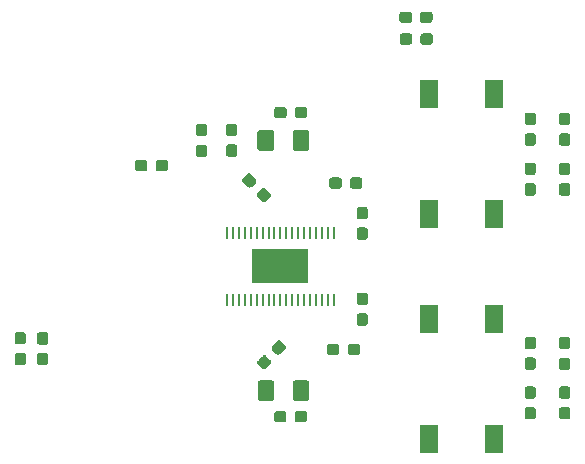
<source format=gbr>
G04 #@! TF.GenerationSoftware,KiCad,Pcbnew,(5.1.4)-1*
G04 #@! TF.CreationDate,2020-10-30T07:47:56-05:00*
G04 #@! TF.ProjectId,TAS5806M_Breakout_Hardware,54415335-3830-4364-9d5f-427265616b6f,rev?*
G04 #@! TF.SameCoordinates,Original*
G04 #@! TF.FileFunction,Paste,Top*
G04 #@! TF.FilePolarity,Positive*
%FSLAX46Y46*%
G04 Gerber Fmt 4.6, Leading zero omitted, Abs format (unit mm)*
G04 Created by KiCad (PCBNEW (5.1.4)-1) date 2020-10-30 07:47:56*
%MOMM*%
%LPD*%
G04 APERTURE LIST*
%ADD10C,0.100000*%
%ADD11C,1.425000*%
%ADD12C,0.950000*%
%ADD13R,4.700000X2.900000*%
%ADD14R,0.285000X1.100000*%
%ADD15R,1.500000X2.400000*%
G04 APERTURE END LIST*
D10*
G36*
X153429904Y-86895904D02*
G01*
X153454173Y-86899504D01*
X153477971Y-86905465D01*
X153501071Y-86913730D01*
X153523249Y-86924220D01*
X153544293Y-86936833D01*
X153563998Y-86951447D01*
X153582177Y-86967923D01*
X153598653Y-86986102D01*
X153613267Y-87005807D01*
X153625880Y-87026851D01*
X153636370Y-87049029D01*
X153644635Y-87072129D01*
X153650596Y-87095927D01*
X153654196Y-87120196D01*
X153655400Y-87144700D01*
X153655400Y-88394700D01*
X153654196Y-88419204D01*
X153650596Y-88443473D01*
X153644635Y-88467271D01*
X153636370Y-88490371D01*
X153625880Y-88512549D01*
X153613267Y-88533593D01*
X153598653Y-88553298D01*
X153582177Y-88571477D01*
X153563998Y-88587953D01*
X153544293Y-88602567D01*
X153523249Y-88615180D01*
X153501071Y-88625670D01*
X153477971Y-88633935D01*
X153454173Y-88639896D01*
X153429904Y-88643496D01*
X153405400Y-88644700D01*
X152480400Y-88644700D01*
X152455896Y-88643496D01*
X152431627Y-88639896D01*
X152407829Y-88633935D01*
X152384729Y-88625670D01*
X152362551Y-88615180D01*
X152341507Y-88602567D01*
X152321802Y-88587953D01*
X152303623Y-88571477D01*
X152287147Y-88553298D01*
X152272533Y-88533593D01*
X152259920Y-88512549D01*
X152249430Y-88490371D01*
X152241165Y-88467271D01*
X152235204Y-88443473D01*
X152231604Y-88419204D01*
X152230400Y-88394700D01*
X152230400Y-87144700D01*
X152231604Y-87120196D01*
X152235204Y-87095927D01*
X152241165Y-87072129D01*
X152249430Y-87049029D01*
X152259920Y-87026851D01*
X152272533Y-87005807D01*
X152287147Y-86986102D01*
X152303623Y-86967923D01*
X152321802Y-86951447D01*
X152341507Y-86936833D01*
X152362551Y-86924220D01*
X152384729Y-86913730D01*
X152407829Y-86905465D01*
X152431627Y-86899504D01*
X152455896Y-86895904D01*
X152480400Y-86894700D01*
X153405400Y-86894700D01*
X153429904Y-86895904D01*
X153429904Y-86895904D01*
G37*
D11*
X152942900Y-87769700D03*
D10*
G36*
X156404904Y-86895904D02*
G01*
X156429173Y-86899504D01*
X156452971Y-86905465D01*
X156476071Y-86913730D01*
X156498249Y-86924220D01*
X156519293Y-86936833D01*
X156538998Y-86951447D01*
X156557177Y-86967923D01*
X156573653Y-86986102D01*
X156588267Y-87005807D01*
X156600880Y-87026851D01*
X156611370Y-87049029D01*
X156619635Y-87072129D01*
X156625596Y-87095927D01*
X156629196Y-87120196D01*
X156630400Y-87144700D01*
X156630400Y-88394700D01*
X156629196Y-88419204D01*
X156625596Y-88443473D01*
X156619635Y-88467271D01*
X156611370Y-88490371D01*
X156600880Y-88512549D01*
X156588267Y-88533593D01*
X156573653Y-88553298D01*
X156557177Y-88571477D01*
X156538998Y-88587953D01*
X156519293Y-88602567D01*
X156498249Y-88615180D01*
X156476071Y-88625670D01*
X156452971Y-88633935D01*
X156429173Y-88639896D01*
X156404904Y-88643496D01*
X156380400Y-88644700D01*
X155455400Y-88644700D01*
X155430896Y-88643496D01*
X155406627Y-88639896D01*
X155382829Y-88633935D01*
X155359729Y-88625670D01*
X155337551Y-88615180D01*
X155316507Y-88602567D01*
X155296802Y-88587953D01*
X155278623Y-88571477D01*
X155262147Y-88553298D01*
X155247533Y-88533593D01*
X155234920Y-88512549D01*
X155224430Y-88490371D01*
X155216165Y-88467271D01*
X155210204Y-88443473D01*
X155206604Y-88419204D01*
X155205400Y-88394700D01*
X155205400Y-87144700D01*
X155206604Y-87120196D01*
X155210204Y-87095927D01*
X155216165Y-87072129D01*
X155224430Y-87049029D01*
X155234920Y-87026851D01*
X155247533Y-87005807D01*
X155262147Y-86986102D01*
X155278623Y-86967923D01*
X155296802Y-86951447D01*
X155316507Y-86936833D01*
X155337551Y-86924220D01*
X155359729Y-86913730D01*
X155382829Y-86905465D01*
X155406627Y-86899504D01*
X155430896Y-86895904D01*
X155455400Y-86894700D01*
X156380400Y-86894700D01*
X156404904Y-86895904D01*
X156404904Y-86895904D01*
G37*
D11*
X155917900Y-87769700D03*
D10*
G36*
X153442604Y-108079504D02*
G01*
X153466873Y-108083104D01*
X153490671Y-108089065D01*
X153513771Y-108097330D01*
X153535949Y-108107820D01*
X153556993Y-108120433D01*
X153576698Y-108135047D01*
X153594877Y-108151523D01*
X153611353Y-108169702D01*
X153625967Y-108189407D01*
X153638580Y-108210451D01*
X153649070Y-108232629D01*
X153657335Y-108255729D01*
X153663296Y-108279527D01*
X153666896Y-108303796D01*
X153668100Y-108328300D01*
X153668100Y-109578300D01*
X153666896Y-109602804D01*
X153663296Y-109627073D01*
X153657335Y-109650871D01*
X153649070Y-109673971D01*
X153638580Y-109696149D01*
X153625967Y-109717193D01*
X153611353Y-109736898D01*
X153594877Y-109755077D01*
X153576698Y-109771553D01*
X153556993Y-109786167D01*
X153535949Y-109798780D01*
X153513771Y-109809270D01*
X153490671Y-109817535D01*
X153466873Y-109823496D01*
X153442604Y-109827096D01*
X153418100Y-109828300D01*
X152493100Y-109828300D01*
X152468596Y-109827096D01*
X152444327Y-109823496D01*
X152420529Y-109817535D01*
X152397429Y-109809270D01*
X152375251Y-109798780D01*
X152354207Y-109786167D01*
X152334502Y-109771553D01*
X152316323Y-109755077D01*
X152299847Y-109736898D01*
X152285233Y-109717193D01*
X152272620Y-109696149D01*
X152262130Y-109673971D01*
X152253865Y-109650871D01*
X152247904Y-109627073D01*
X152244304Y-109602804D01*
X152243100Y-109578300D01*
X152243100Y-108328300D01*
X152244304Y-108303796D01*
X152247904Y-108279527D01*
X152253865Y-108255729D01*
X152262130Y-108232629D01*
X152272620Y-108210451D01*
X152285233Y-108189407D01*
X152299847Y-108169702D01*
X152316323Y-108151523D01*
X152334502Y-108135047D01*
X152354207Y-108120433D01*
X152375251Y-108107820D01*
X152397429Y-108097330D01*
X152420529Y-108089065D01*
X152444327Y-108083104D01*
X152468596Y-108079504D01*
X152493100Y-108078300D01*
X153418100Y-108078300D01*
X153442604Y-108079504D01*
X153442604Y-108079504D01*
G37*
D11*
X152955600Y-108953300D03*
D10*
G36*
X156417604Y-108079504D02*
G01*
X156441873Y-108083104D01*
X156465671Y-108089065D01*
X156488771Y-108097330D01*
X156510949Y-108107820D01*
X156531993Y-108120433D01*
X156551698Y-108135047D01*
X156569877Y-108151523D01*
X156586353Y-108169702D01*
X156600967Y-108189407D01*
X156613580Y-108210451D01*
X156624070Y-108232629D01*
X156632335Y-108255729D01*
X156638296Y-108279527D01*
X156641896Y-108303796D01*
X156643100Y-108328300D01*
X156643100Y-109578300D01*
X156641896Y-109602804D01*
X156638296Y-109627073D01*
X156632335Y-109650871D01*
X156624070Y-109673971D01*
X156613580Y-109696149D01*
X156600967Y-109717193D01*
X156586353Y-109736898D01*
X156569877Y-109755077D01*
X156551698Y-109771553D01*
X156531993Y-109786167D01*
X156510949Y-109798780D01*
X156488771Y-109809270D01*
X156465671Y-109817535D01*
X156441873Y-109823496D01*
X156417604Y-109827096D01*
X156393100Y-109828300D01*
X155468100Y-109828300D01*
X155443596Y-109827096D01*
X155419327Y-109823496D01*
X155395529Y-109817535D01*
X155372429Y-109809270D01*
X155350251Y-109798780D01*
X155329207Y-109786167D01*
X155309502Y-109771553D01*
X155291323Y-109755077D01*
X155274847Y-109736898D01*
X155260233Y-109717193D01*
X155247620Y-109696149D01*
X155237130Y-109673971D01*
X155228865Y-109650871D01*
X155222904Y-109627073D01*
X155219304Y-109602804D01*
X155218100Y-109578300D01*
X155218100Y-108328300D01*
X155219304Y-108303796D01*
X155222904Y-108279527D01*
X155228865Y-108255729D01*
X155237130Y-108232629D01*
X155247620Y-108210451D01*
X155260233Y-108189407D01*
X155274847Y-108169702D01*
X155291323Y-108151523D01*
X155309502Y-108135047D01*
X155329207Y-108120433D01*
X155350251Y-108107820D01*
X155372429Y-108097330D01*
X155395529Y-108089065D01*
X155419327Y-108083104D01*
X155443596Y-108079504D01*
X155468100Y-108078300D01*
X156393100Y-108078300D01*
X156417604Y-108079504D01*
X156417604Y-108079504D01*
G37*
D11*
X155930600Y-108953300D03*
D10*
G36*
X166871279Y-78710644D02*
G01*
X166894334Y-78714063D01*
X166916943Y-78719727D01*
X166938887Y-78727579D01*
X166959957Y-78737544D01*
X166979948Y-78749526D01*
X166998668Y-78763410D01*
X167015938Y-78779062D01*
X167031590Y-78796332D01*
X167045474Y-78815052D01*
X167057456Y-78835043D01*
X167067421Y-78856113D01*
X167075273Y-78878057D01*
X167080937Y-78900666D01*
X167084356Y-78923721D01*
X167085500Y-78947000D01*
X167085500Y-79422000D01*
X167084356Y-79445279D01*
X167080937Y-79468334D01*
X167075273Y-79490943D01*
X167067421Y-79512887D01*
X167057456Y-79533957D01*
X167045474Y-79553948D01*
X167031590Y-79572668D01*
X167015938Y-79589938D01*
X166998668Y-79605590D01*
X166979948Y-79619474D01*
X166959957Y-79631456D01*
X166938887Y-79641421D01*
X166916943Y-79649273D01*
X166894334Y-79654937D01*
X166871279Y-79658356D01*
X166848000Y-79659500D01*
X166273000Y-79659500D01*
X166249721Y-79658356D01*
X166226666Y-79654937D01*
X166204057Y-79649273D01*
X166182113Y-79641421D01*
X166161043Y-79631456D01*
X166141052Y-79619474D01*
X166122332Y-79605590D01*
X166105062Y-79589938D01*
X166089410Y-79572668D01*
X166075526Y-79553948D01*
X166063544Y-79533957D01*
X166053579Y-79512887D01*
X166045727Y-79490943D01*
X166040063Y-79468334D01*
X166036644Y-79445279D01*
X166035500Y-79422000D01*
X166035500Y-78947000D01*
X166036644Y-78923721D01*
X166040063Y-78900666D01*
X166045727Y-78878057D01*
X166053579Y-78856113D01*
X166063544Y-78835043D01*
X166075526Y-78815052D01*
X166089410Y-78796332D01*
X166105062Y-78779062D01*
X166122332Y-78763410D01*
X166141052Y-78749526D01*
X166161043Y-78737544D01*
X166182113Y-78727579D01*
X166204057Y-78719727D01*
X166226666Y-78714063D01*
X166249721Y-78710644D01*
X166273000Y-78709500D01*
X166848000Y-78709500D01*
X166871279Y-78710644D01*
X166871279Y-78710644D01*
G37*
D12*
X166560500Y-79184500D03*
D10*
G36*
X165121279Y-78710644D02*
G01*
X165144334Y-78714063D01*
X165166943Y-78719727D01*
X165188887Y-78727579D01*
X165209957Y-78737544D01*
X165229948Y-78749526D01*
X165248668Y-78763410D01*
X165265938Y-78779062D01*
X165281590Y-78796332D01*
X165295474Y-78815052D01*
X165307456Y-78835043D01*
X165317421Y-78856113D01*
X165325273Y-78878057D01*
X165330937Y-78900666D01*
X165334356Y-78923721D01*
X165335500Y-78947000D01*
X165335500Y-79422000D01*
X165334356Y-79445279D01*
X165330937Y-79468334D01*
X165325273Y-79490943D01*
X165317421Y-79512887D01*
X165307456Y-79533957D01*
X165295474Y-79553948D01*
X165281590Y-79572668D01*
X165265938Y-79589938D01*
X165248668Y-79605590D01*
X165229948Y-79619474D01*
X165209957Y-79631456D01*
X165188887Y-79641421D01*
X165166943Y-79649273D01*
X165144334Y-79654937D01*
X165121279Y-79658356D01*
X165098000Y-79659500D01*
X164523000Y-79659500D01*
X164499721Y-79658356D01*
X164476666Y-79654937D01*
X164454057Y-79649273D01*
X164432113Y-79641421D01*
X164411043Y-79631456D01*
X164391052Y-79619474D01*
X164372332Y-79605590D01*
X164355062Y-79589938D01*
X164339410Y-79572668D01*
X164325526Y-79553948D01*
X164313544Y-79533957D01*
X164303579Y-79512887D01*
X164295727Y-79490943D01*
X164290063Y-79468334D01*
X164286644Y-79445279D01*
X164285500Y-79422000D01*
X164285500Y-78947000D01*
X164286644Y-78923721D01*
X164290063Y-78900666D01*
X164295727Y-78878057D01*
X164303579Y-78856113D01*
X164313544Y-78835043D01*
X164325526Y-78815052D01*
X164339410Y-78796332D01*
X164355062Y-78779062D01*
X164372332Y-78763410D01*
X164391052Y-78749526D01*
X164411043Y-78737544D01*
X164432113Y-78727579D01*
X164454057Y-78719727D01*
X164476666Y-78714063D01*
X164499721Y-78710644D01*
X164523000Y-78709500D01*
X165098000Y-78709500D01*
X165121279Y-78710644D01*
X165121279Y-78710644D01*
G37*
D12*
X164810500Y-79184500D03*
D10*
G36*
X166843279Y-76869144D02*
G01*
X166866334Y-76872563D01*
X166888943Y-76878227D01*
X166910887Y-76886079D01*
X166931957Y-76896044D01*
X166951948Y-76908026D01*
X166970668Y-76921910D01*
X166987938Y-76937562D01*
X167003590Y-76954832D01*
X167017474Y-76973552D01*
X167029456Y-76993543D01*
X167039421Y-77014613D01*
X167047273Y-77036557D01*
X167052937Y-77059166D01*
X167056356Y-77082221D01*
X167057500Y-77105500D01*
X167057500Y-77580500D01*
X167056356Y-77603779D01*
X167052937Y-77626834D01*
X167047273Y-77649443D01*
X167039421Y-77671387D01*
X167029456Y-77692457D01*
X167017474Y-77712448D01*
X167003590Y-77731168D01*
X166987938Y-77748438D01*
X166970668Y-77764090D01*
X166951948Y-77777974D01*
X166931957Y-77789956D01*
X166910887Y-77799921D01*
X166888943Y-77807773D01*
X166866334Y-77813437D01*
X166843279Y-77816856D01*
X166820000Y-77818000D01*
X166245000Y-77818000D01*
X166221721Y-77816856D01*
X166198666Y-77813437D01*
X166176057Y-77807773D01*
X166154113Y-77799921D01*
X166133043Y-77789956D01*
X166113052Y-77777974D01*
X166094332Y-77764090D01*
X166077062Y-77748438D01*
X166061410Y-77731168D01*
X166047526Y-77712448D01*
X166035544Y-77692457D01*
X166025579Y-77671387D01*
X166017727Y-77649443D01*
X166012063Y-77626834D01*
X166008644Y-77603779D01*
X166007500Y-77580500D01*
X166007500Y-77105500D01*
X166008644Y-77082221D01*
X166012063Y-77059166D01*
X166017727Y-77036557D01*
X166025579Y-77014613D01*
X166035544Y-76993543D01*
X166047526Y-76973552D01*
X166061410Y-76954832D01*
X166077062Y-76937562D01*
X166094332Y-76921910D01*
X166113052Y-76908026D01*
X166133043Y-76896044D01*
X166154113Y-76886079D01*
X166176057Y-76878227D01*
X166198666Y-76872563D01*
X166221721Y-76869144D01*
X166245000Y-76868000D01*
X166820000Y-76868000D01*
X166843279Y-76869144D01*
X166843279Y-76869144D01*
G37*
D12*
X166532500Y-77343000D03*
D10*
G36*
X165093279Y-76869144D02*
G01*
X165116334Y-76872563D01*
X165138943Y-76878227D01*
X165160887Y-76886079D01*
X165181957Y-76896044D01*
X165201948Y-76908026D01*
X165220668Y-76921910D01*
X165237938Y-76937562D01*
X165253590Y-76954832D01*
X165267474Y-76973552D01*
X165279456Y-76993543D01*
X165289421Y-77014613D01*
X165297273Y-77036557D01*
X165302937Y-77059166D01*
X165306356Y-77082221D01*
X165307500Y-77105500D01*
X165307500Y-77580500D01*
X165306356Y-77603779D01*
X165302937Y-77626834D01*
X165297273Y-77649443D01*
X165289421Y-77671387D01*
X165279456Y-77692457D01*
X165267474Y-77712448D01*
X165253590Y-77731168D01*
X165237938Y-77748438D01*
X165220668Y-77764090D01*
X165201948Y-77777974D01*
X165181957Y-77789956D01*
X165160887Y-77799921D01*
X165138943Y-77807773D01*
X165116334Y-77813437D01*
X165093279Y-77816856D01*
X165070000Y-77818000D01*
X164495000Y-77818000D01*
X164471721Y-77816856D01*
X164448666Y-77813437D01*
X164426057Y-77807773D01*
X164404113Y-77799921D01*
X164383043Y-77789956D01*
X164363052Y-77777974D01*
X164344332Y-77764090D01*
X164327062Y-77748438D01*
X164311410Y-77731168D01*
X164297526Y-77712448D01*
X164285544Y-77692457D01*
X164275579Y-77671387D01*
X164267727Y-77649443D01*
X164262063Y-77626834D01*
X164258644Y-77603779D01*
X164257500Y-77580500D01*
X164257500Y-77105500D01*
X164258644Y-77082221D01*
X164262063Y-77059166D01*
X164267727Y-77036557D01*
X164275579Y-77014613D01*
X164285544Y-76993543D01*
X164297526Y-76973552D01*
X164311410Y-76954832D01*
X164327062Y-76937562D01*
X164344332Y-76921910D01*
X164363052Y-76908026D01*
X164383043Y-76896044D01*
X164404113Y-76886079D01*
X164426057Y-76878227D01*
X164448666Y-76872563D01*
X164471721Y-76869144D01*
X164495000Y-76868000D01*
X165070000Y-76868000D01*
X165093279Y-76869144D01*
X165093279Y-76869144D01*
G37*
D12*
X164782500Y-77343000D03*
D13*
X154178000Y-98425000D03*
D14*
X158678000Y-101275000D03*
X158178000Y-101275000D03*
X157678000Y-101275000D03*
X157178000Y-101275000D03*
X156678000Y-101275000D03*
X156178000Y-101275000D03*
X155678000Y-101275000D03*
X155178000Y-101275000D03*
X154678000Y-101275000D03*
X154178000Y-101275000D03*
X153678000Y-101275000D03*
X153178000Y-101275000D03*
X152678000Y-101275000D03*
X152178000Y-101275000D03*
X151678000Y-101275000D03*
X151178000Y-101275000D03*
X150678000Y-101275000D03*
X150178000Y-101275000D03*
X149678000Y-101275000D03*
X149678000Y-95575000D03*
X150178000Y-95575000D03*
X150678000Y-95575000D03*
X151178000Y-95575000D03*
X151678000Y-95575000D03*
X152178000Y-95575000D03*
X152678000Y-95575000D03*
X153178000Y-95575000D03*
X153678000Y-95575000D03*
X154178000Y-95575000D03*
X154678000Y-95575000D03*
X155178000Y-95575000D03*
X155678000Y-95575000D03*
X156178000Y-95575000D03*
X156678000Y-95575000D03*
X157178000Y-95575000D03*
X157678000Y-95575000D03*
X158178000Y-95575000D03*
X158678000Y-95575000D03*
D10*
G36*
X147771279Y-86372144D02*
G01*
X147794334Y-86375563D01*
X147816943Y-86381227D01*
X147838887Y-86389079D01*
X147859957Y-86399044D01*
X147879948Y-86411026D01*
X147898668Y-86424910D01*
X147915938Y-86440562D01*
X147931590Y-86457832D01*
X147945474Y-86476552D01*
X147957456Y-86496543D01*
X147967421Y-86517613D01*
X147975273Y-86539557D01*
X147980937Y-86562166D01*
X147984356Y-86585221D01*
X147985500Y-86608500D01*
X147985500Y-87183500D01*
X147984356Y-87206779D01*
X147980937Y-87229834D01*
X147975273Y-87252443D01*
X147967421Y-87274387D01*
X147957456Y-87295457D01*
X147945474Y-87315448D01*
X147931590Y-87334168D01*
X147915938Y-87351438D01*
X147898668Y-87367090D01*
X147879948Y-87380974D01*
X147859957Y-87392956D01*
X147838887Y-87402921D01*
X147816943Y-87410773D01*
X147794334Y-87416437D01*
X147771279Y-87419856D01*
X147748000Y-87421000D01*
X147273000Y-87421000D01*
X147249721Y-87419856D01*
X147226666Y-87416437D01*
X147204057Y-87410773D01*
X147182113Y-87402921D01*
X147161043Y-87392956D01*
X147141052Y-87380974D01*
X147122332Y-87367090D01*
X147105062Y-87351438D01*
X147089410Y-87334168D01*
X147075526Y-87315448D01*
X147063544Y-87295457D01*
X147053579Y-87274387D01*
X147045727Y-87252443D01*
X147040063Y-87229834D01*
X147036644Y-87206779D01*
X147035500Y-87183500D01*
X147035500Y-86608500D01*
X147036644Y-86585221D01*
X147040063Y-86562166D01*
X147045727Y-86539557D01*
X147053579Y-86517613D01*
X147063544Y-86496543D01*
X147075526Y-86476552D01*
X147089410Y-86457832D01*
X147105062Y-86440562D01*
X147122332Y-86424910D01*
X147141052Y-86411026D01*
X147161043Y-86399044D01*
X147182113Y-86389079D01*
X147204057Y-86381227D01*
X147226666Y-86375563D01*
X147249721Y-86372144D01*
X147273000Y-86371000D01*
X147748000Y-86371000D01*
X147771279Y-86372144D01*
X147771279Y-86372144D01*
G37*
D12*
X147510500Y-86896000D03*
D10*
G36*
X147771279Y-88122144D02*
G01*
X147794334Y-88125563D01*
X147816943Y-88131227D01*
X147838887Y-88139079D01*
X147859957Y-88149044D01*
X147879948Y-88161026D01*
X147898668Y-88174910D01*
X147915938Y-88190562D01*
X147931590Y-88207832D01*
X147945474Y-88226552D01*
X147957456Y-88246543D01*
X147967421Y-88267613D01*
X147975273Y-88289557D01*
X147980937Y-88312166D01*
X147984356Y-88335221D01*
X147985500Y-88358500D01*
X147985500Y-88933500D01*
X147984356Y-88956779D01*
X147980937Y-88979834D01*
X147975273Y-89002443D01*
X147967421Y-89024387D01*
X147957456Y-89045457D01*
X147945474Y-89065448D01*
X147931590Y-89084168D01*
X147915938Y-89101438D01*
X147898668Y-89117090D01*
X147879948Y-89130974D01*
X147859957Y-89142956D01*
X147838887Y-89152921D01*
X147816943Y-89160773D01*
X147794334Y-89166437D01*
X147771279Y-89169856D01*
X147748000Y-89171000D01*
X147273000Y-89171000D01*
X147249721Y-89169856D01*
X147226666Y-89166437D01*
X147204057Y-89160773D01*
X147182113Y-89152921D01*
X147161043Y-89142956D01*
X147141052Y-89130974D01*
X147122332Y-89117090D01*
X147105062Y-89101438D01*
X147089410Y-89084168D01*
X147075526Y-89065448D01*
X147063544Y-89045457D01*
X147053579Y-89024387D01*
X147045727Y-89002443D01*
X147040063Y-88979834D01*
X147036644Y-88956779D01*
X147035500Y-88933500D01*
X147035500Y-88358500D01*
X147036644Y-88335221D01*
X147040063Y-88312166D01*
X147045727Y-88289557D01*
X147053579Y-88267613D01*
X147063544Y-88246543D01*
X147075526Y-88226552D01*
X147089410Y-88207832D01*
X147105062Y-88190562D01*
X147122332Y-88174910D01*
X147141052Y-88161026D01*
X147161043Y-88149044D01*
X147182113Y-88139079D01*
X147204057Y-88131227D01*
X147226666Y-88125563D01*
X147249721Y-88122144D01*
X147273000Y-88121000D01*
X147748000Y-88121000D01*
X147771279Y-88122144D01*
X147771279Y-88122144D01*
G37*
D12*
X147510500Y-88646000D03*
D10*
G36*
X144455779Y-89442144D02*
G01*
X144478834Y-89445563D01*
X144501443Y-89451227D01*
X144523387Y-89459079D01*
X144544457Y-89469044D01*
X144564448Y-89481026D01*
X144583168Y-89494910D01*
X144600438Y-89510562D01*
X144616090Y-89527832D01*
X144629974Y-89546552D01*
X144641956Y-89566543D01*
X144651921Y-89587613D01*
X144659773Y-89609557D01*
X144665437Y-89632166D01*
X144668856Y-89655221D01*
X144670000Y-89678500D01*
X144670000Y-90153500D01*
X144668856Y-90176779D01*
X144665437Y-90199834D01*
X144659773Y-90222443D01*
X144651921Y-90244387D01*
X144641956Y-90265457D01*
X144629974Y-90285448D01*
X144616090Y-90304168D01*
X144600438Y-90321438D01*
X144583168Y-90337090D01*
X144564448Y-90350974D01*
X144544457Y-90362956D01*
X144523387Y-90372921D01*
X144501443Y-90380773D01*
X144478834Y-90386437D01*
X144455779Y-90389856D01*
X144432500Y-90391000D01*
X143857500Y-90391000D01*
X143834221Y-90389856D01*
X143811166Y-90386437D01*
X143788557Y-90380773D01*
X143766613Y-90372921D01*
X143745543Y-90362956D01*
X143725552Y-90350974D01*
X143706832Y-90337090D01*
X143689562Y-90321438D01*
X143673910Y-90304168D01*
X143660026Y-90285448D01*
X143648044Y-90265457D01*
X143638079Y-90244387D01*
X143630227Y-90222443D01*
X143624563Y-90199834D01*
X143621144Y-90176779D01*
X143620000Y-90153500D01*
X143620000Y-89678500D01*
X143621144Y-89655221D01*
X143624563Y-89632166D01*
X143630227Y-89609557D01*
X143638079Y-89587613D01*
X143648044Y-89566543D01*
X143660026Y-89546552D01*
X143673910Y-89527832D01*
X143689562Y-89510562D01*
X143706832Y-89494910D01*
X143725552Y-89481026D01*
X143745543Y-89469044D01*
X143766613Y-89459079D01*
X143788557Y-89451227D01*
X143811166Y-89445563D01*
X143834221Y-89442144D01*
X143857500Y-89441000D01*
X144432500Y-89441000D01*
X144455779Y-89442144D01*
X144455779Y-89442144D01*
G37*
D12*
X144145000Y-89916000D03*
D10*
G36*
X142705779Y-89442144D02*
G01*
X142728834Y-89445563D01*
X142751443Y-89451227D01*
X142773387Y-89459079D01*
X142794457Y-89469044D01*
X142814448Y-89481026D01*
X142833168Y-89494910D01*
X142850438Y-89510562D01*
X142866090Y-89527832D01*
X142879974Y-89546552D01*
X142891956Y-89566543D01*
X142901921Y-89587613D01*
X142909773Y-89609557D01*
X142915437Y-89632166D01*
X142918856Y-89655221D01*
X142920000Y-89678500D01*
X142920000Y-90153500D01*
X142918856Y-90176779D01*
X142915437Y-90199834D01*
X142909773Y-90222443D01*
X142901921Y-90244387D01*
X142891956Y-90265457D01*
X142879974Y-90285448D01*
X142866090Y-90304168D01*
X142850438Y-90321438D01*
X142833168Y-90337090D01*
X142814448Y-90350974D01*
X142794457Y-90362956D01*
X142773387Y-90372921D01*
X142751443Y-90380773D01*
X142728834Y-90386437D01*
X142705779Y-90389856D01*
X142682500Y-90391000D01*
X142107500Y-90391000D01*
X142084221Y-90389856D01*
X142061166Y-90386437D01*
X142038557Y-90380773D01*
X142016613Y-90372921D01*
X141995543Y-90362956D01*
X141975552Y-90350974D01*
X141956832Y-90337090D01*
X141939562Y-90321438D01*
X141923910Y-90304168D01*
X141910026Y-90285448D01*
X141898044Y-90265457D01*
X141888079Y-90244387D01*
X141880227Y-90222443D01*
X141874563Y-90199834D01*
X141871144Y-90176779D01*
X141870000Y-90153500D01*
X141870000Y-89678500D01*
X141871144Y-89655221D01*
X141874563Y-89632166D01*
X141880227Y-89609557D01*
X141888079Y-89587613D01*
X141898044Y-89566543D01*
X141910026Y-89546552D01*
X141923910Y-89527832D01*
X141939562Y-89510562D01*
X141956832Y-89494910D01*
X141975552Y-89481026D01*
X141995543Y-89469044D01*
X142016613Y-89459079D01*
X142038557Y-89451227D01*
X142061166Y-89445563D01*
X142084221Y-89442144D01*
X142107500Y-89441000D01*
X142682500Y-89441000D01*
X142705779Y-89442144D01*
X142705779Y-89442144D01*
G37*
D12*
X142395000Y-89916000D03*
D10*
G36*
X134309279Y-105761144D02*
G01*
X134332334Y-105764563D01*
X134354943Y-105770227D01*
X134376887Y-105778079D01*
X134397957Y-105788044D01*
X134417948Y-105800026D01*
X134436668Y-105813910D01*
X134453938Y-105829562D01*
X134469590Y-105846832D01*
X134483474Y-105865552D01*
X134495456Y-105885543D01*
X134505421Y-105906613D01*
X134513273Y-105928557D01*
X134518937Y-105951166D01*
X134522356Y-105974221D01*
X134523500Y-105997500D01*
X134523500Y-106572500D01*
X134522356Y-106595779D01*
X134518937Y-106618834D01*
X134513273Y-106641443D01*
X134505421Y-106663387D01*
X134495456Y-106684457D01*
X134483474Y-106704448D01*
X134469590Y-106723168D01*
X134453938Y-106740438D01*
X134436668Y-106756090D01*
X134417948Y-106769974D01*
X134397957Y-106781956D01*
X134376887Y-106791921D01*
X134354943Y-106799773D01*
X134332334Y-106805437D01*
X134309279Y-106808856D01*
X134286000Y-106810000D01*
X133811000Y-106810000D01*
X133787721Y-106808856D01*
X133764666Y-106805437D01*
X133742057Y-106799773D01*
X133720113Y-106791921D01*
X133699043Y-106781956D01*
X133679052Y-106769974D01*
X133660332Y-106756090D01*
X133643062Y-106740438D01*
X133627410Y-106723168D01*
X133613526Y-106704448D01*
X133601544Y-106684457D01*
X133591579Y-106663387D01*
X133583727Y-106641443D01*
X133578063Y-106618834D01*
X133574644Y-106595779D01*
X133573500Y-106572500D01*
X133573500Y-105997500D01*
X133574644Y-105974221D01*
X133578063Y-105951166D01*
X133583727Y-105928557D01*
X133591579Y-105906613D01*
X133601544Y-105885543D01*
X133613526Y-105865552D01*
X133627410Y-105846832D01*
X133643062Y-105829562D01*
X133660332Y-105813910D01*
X133679052Y-105800026D01*
X133699043Y-105788044D01*
X133720113Y-105778079D01*
X133742057Y-105770227D01*
X133764666Y-105764563D01*
X133787721Y-105761144D01*
X133811000Y-105760000D01*
X134286000Y-105760000D01*
X134309279Y-105761144D01*
X134309279Y-105761144D01*
G37*
D12*
X134048500Y-106285000D03*
D10*
G36*
X134309279Y-104011144D02*
G01*
X134332334Y-104014563D01*
X134354943Y-104020227D01*
X134376887Y-104028079D01*
X134397957Y-104038044D01*
X134417948Y-104050026D01*
X134436668Y-104063910D01*
X134453938Y-104079562D01*
X134469590Y-104096832D01*
X134483474Y-104115552D01*
X134495456Y-104135543D01*
X134505421Y-104156613D01*
X134513273Y-104178557D01*
X134518937Y-104201166D01*
X134522356Y-104224221D01*
X134523500Y-104247500D01*
X134523500Y-104822500D01*
X134522356Y-104845779D01*
X134518937Y-104868834D01*
X134513273Y-104891443D01*
X134505421Y-104913387D01*
X134495456Y-104934457D01*
X134483474Y-104954448D01*
X134469590Y-104973168D01*
X134453938Y-104990438D01*
X134436668Y-105006090D01*
X134417948Y-105019974D01*
X134397957Y-105031956D01*
X134376887Y-105041921D01*
X134354943Y-105049773D01*
X134332334Y-105055437D01*
X134309279Y-105058856D01*
X134286000Y-105060000D01*
X133811000Y-105060000D01*
X133787721Y-105058856D01*
X133764666Y-105055437D01*
X133742057Y-105049773D01*
X133720113Y-105041921D01*
X133699043Y-105031956D01*
X133679052Y-105019974D01*
X133660332Y-105006090D01*
X133643062Y-104990438D01*
X133627410Y-104973168D01*
X133613526Y-104954448D01*
X133601544Y-104934457D01*
X133591579Y-104913387D01*
X133583727Y-104891443D01*
X133578063Y-104868834D01*
X133574644Y-104845779D01*
X133573500Y-104822500D01*
X133573500Y-104247500D01*
X133574644Y-104224221D01*
X133578063Y-104201166D01*
X133583727Y-104178557D01*
X133591579Y-104156613D01*
X133601544Y-104135543D01*
X133613526Y-104115552D01*
X133627410Y-104096832D01*
X133643062Y-104079562D01*
X133660332Y-104063910D01*
X133679052Y-104050026D01*
X133699043Y-104038044D01*
X133720113Y-104028079D01*
X133742057Y-104020227D01*
X133764666Y-104014563D01*
X133787721Y-104011144D01*
X133811000Y-104010000D01*
X134286000Y-104010000D01*
X134309279Y-104011144D01*
X134309279Y-104011144D01*
G37*
D12*
X134048500Y-104535000D03*
D10*
G36*
X132404279Y-105747144D02*
G01*
X132427334Y-105750563D01*
X132449943Y-105756227D01*
X132471887Y-105764079D01*
X132492957Y-105774044D01*
X132512948Y-105786026D01*
X132531668Y-105799910D01*
X132548938Y-105815562D01*
X132564590Y-105832832D01*
X132578474Y-105851552D01*
X132590456Y-105871543D01*
X132600421Y-105892613D01*
X132608273Y-105914557D01*
X132613937Y-105937166D01*
X132617356Y-105960221D01*
X132618500Y-105983500D01*
X132618500Y-106558500D01*
X132617356Y-106581779D01*
X132613937Y-106604834D01*
X132608273Y-106627443D01*
X132600421Y-106649387D01*
X132590456Y-106670457D01*
X132578474Y-106690448D01*
X132564590Y-106709168D01*
X132548938Y-106726438D01*
X132531668Y-106742090D01*
X132512948Y-106755974D01*
X132492957Y-106767956D01*
X132471887Y-106777921D01*
X132449943Y-106785773D01*
X132427334Y-106791437D01*
X132404279Y-106794856D01*
X132381000Y-106796000D01*
X131906000Y-106796000D01*
X131882721Y-106794856D01*
X131859666Y-106791437D01*
X131837057Y-106785773D01*
X131815113Y-106777921D01*
X131794043Y-106767956D01*
X131774052Y-106755974D01*
X131755332Y-106742090D01*
X131738062Y-106726438D01*
X131722410Y-106709168D01*
X131708526Y-106690448D01*
X131696544Y-106670457D01*
X131686579Y-106649387D01*
X131678727Y-106627443D01*
X131673063Y-106604834D01*
X131669644Y-106581779D01*
X131668500Y-106558500D01*
X131668500Y-105983500D01*
X131669644Y-105960221D01*
X131673063Y-105937166D01*
X131678727Y-105914557D01*
X131686579Y-105892613D01*
X131696544Y-105871543D01*
X131708526Y-105851552D01*
X131722410Y-105832832D01*
X131738062Y-105815562D01*
X131755332Y-105799910D01*
X131774052Y-105786026D01*
X131794043Y-105774044D01*
X131815113Y-105764079D01*
X131837057Y-105756227D01*
X131859666Y-105750563D01*
X131882721Y-105747144D01*
X131906000Y-105746000D01*
X132381000Y-105746000D01*
X132404279Y-105747144D01*
X132404279Y-105747144D01*
G37*
D12*
X132143500Y-106271000D03*
D10*
G36*
X132404279Y-103997144D02*
G01*
X132427334Y-104000563D01*
X132449943Y-104006227D01*
X132471887Y-104014079D01*
X132492957Y-104024044D01*
X132512948Y-104036026D01*
X132531668Y-104049910D01*
X132548938Y-104065562D01*
X132564590Y-104082832D01*
X132578474Y-104101552D01*
X132590456Y-104121543D01*
X132600421Y-104142613D01*
X132608273Y-104164557D01*
X132613937Y-104187166D01*
X132617356Y-104210221D01*
X132618500Y-104233500D01*
X132618500Y-104808500D01*
X132617356Y-104831779D01*
X132613937Y-104854834D01*
X132608273Y-104877443D01*
X132600421Y-104899387D01*
X132590456Y-104920457D01*
X132578474Y-104940448D01*
X132564590Y-104959168D01*
X132548938Y-104976438D01*
X132531668Y-104992090D01*
X132512948Y-105005974D01*
X132492957Y-105017956D01*
X132471887Y-105027921D01*
X132449943Y-105035773D01*
X132427334Y-105041437D01*
X132404279Y-105044856D01*
X132381000Y-105046000D01*
X131906000Y-105046000D01*
X131882721Y-105044856D01*
X131859666Y-105041437D01*
X131837057Y-105035773D01*
X131815113Y-105027921D01*
X131794043Y-105017956D01*
X131774052Y-105005974D01*
X131755332Y-104992090D01*
X131738062Y-104976438D01*
X131722410Y-104959168D01*
X131708526Y-104940448D01*
X131696544Y-104920457D01*
X131686579Y-104899387D01*
X131678727Y-104877443D01*
X131673063Y-104854834D01*
X131669644Y-104831779D01*
X131668500Y-104808500D01*
X131668500Y-104233500D01*
X131669644Y-104210221D01*
X131673063Y-104187166D01*
X131678727Y-104164557D01*
X131686579Y-104142613D01*
X131696544Y-104121543D01*
X131708526Y-104101552D01*
X131722410Y-104082832D01*
X131738062Y-104065562D01*
X131755332Y-104049910D01*
X131774052Y-104036026D01*
X131794043Y-104024044D01*
X131815113Y-104014079D01*
X131837057Y-104006227D01*
X131859666Y-104000563D01*
X131882721Y-103997144D01*
X131906000Y-103996000D01*
X132381000Y-103996000D01*
X132404279Y-103997144D01*
X132404279Y-103997144D01*
G37*
D12*
X132143500Y-104521000D03*
D15*
X172295000Y-102870000D03*
X166795000Y-102870000D03*
X172295000Y-113030000D03*
X166795000Y-113030000D03*
X172295000Y-93980000D03*
X166795000Y-93980000D03*
X172295000Y-83820000D03*
X166795000Y-83820000D03*
D10*
G36*
X175584279Y-106142144D02*
G01*
X175607334Y-106145563D01*
X175629943Y-106151227D01*
X175651887Y-106159079D01*
X175672957Y-106169044D01*
X175692948Y-106181026D01*
X175711668Y-106194910D01*
X175728938Y-106210562D01*
X175744590Y-106227832D01*
X175758474Y-106246552D01*
X175770456Y-106266543D01*
X175780421Y-106287613D01*
X175788273Y-106309557D01*
X175793937Y-106332166D01*
X175797356Y-106355221D01*
X175798500Y-106378500D01*
X175798500Y-106953500D01*
X175797356Y-106976779D01*
X175793937Y-106999834D01*
X175788273Y-107022443D01*
X175780421Y-107044387D01*
X175770456Y-107065457D01*
X175758474Y-107085448D01*
X175744590Y-107104168D01*
X175728938Y-107121438D01*
X175711668Y-107137090D01*
X175692948Y-107150974D01*
X175672957Y-107162956D01*
X175651887Y-107172921D01*
X175629943Y-107180773D01*
X175607334Y-107186437D01*
X175584279Y-107189856D01*
X175561000Y-107191000D01*
X175086000Y-107191000D01*
X175062721Y-107189856D01*
X175039666Y-107186437D01*
X175017057Y-107180773D01*
X174995113Y-107172921D01*
X174974043Y-107162956D01*
X174954052Y-107150974D01*
X174935332Y-107137090D01*
X174918062Y-107121438D01*
X174902410Y-107104168D01*
X174888526Y-107085448D01*
X174876544Y-107065457D01*
X174866579Y-107044387D01*
X174858727Y-107022443D01*
X174853063Y-106999834D01*
X174849644Y-106976779D01*
X174848500Y-106953500D01*
X174848500Y-106378500D01*
X174849644Y-106355221D01*
X174853063Y-106332166D01*
X174858727Y-106309557D01*
X174866579Y-106287613D01*
X174876544Y-106266543D01*
X174888526Y-106246552D01*
X174902410Y-106227832D01*
X174918062Y-106210562D01*
X174935332Y-106194910D01*
X174954052Y-106181026D01*
X174974043Y-106169044D01*
X174995113Y-106159079D01*
X175017057Y-106151227D01*
X175039666Y-106145563D01*
X175062721Y-106142144D01*
X175086000Y-106141000D01*
X175561000Y-106141000D01*
X175584279Y-106142144D01*
X175584279Y-106142144D01*
G37*
D12*
X175323500Y-106666000D03*
D10*
G36*
X175584279Y-104392144D02*
G01*
X175607334Y-104395563D01*
X175629943Y-104401227D01*
X175651887Y-104409079D01*
X175672957Y-104419044D01*
X175692948Y-104431026D01*
X175711668Y-104444910D01*
X175728938Y-104460562D01*
X175744590Y-104477832D01*
X175758474Y-104496552D01*
X175770456Y-104516543D01*
X175780421Y-104537613D01*
X175788273Y-104559557D01*
X175793937Y-104582166D01*
X175797356Y-104605221D01*
X175798500Y-104628500D01*
X175798500Y-105203500D01*
X175797356Y-105226779D01*
X175793937Y-105249834D01*
X175788273Y-105272443D01*
X175780421Y-105294387D01*
X175770456Y-105315457D01*
X175758474Y-105335448D01*
X175744590Y-105354168D01*
X175728938Y-105371438D01*
X175711668Y-105387090D01*
X175692948Y-105400974D01*
X175672957Y-105412956D01*
X175651887Y-105422921D01*
X175629943Y-105430773D01*
X175607334Y-105436437D01*
X175584279Y-105439856D01*
X175561000Y-105441000D01*
X175086000Y-105441000D01*
X175062721Y-105439856D01*
X175039666Y-105436437D01*
X175017057Y-105430773D01*
X174995113Y-105422921D01*
X174974043Y-105412956D01*
X174954052Y-105400974D01*
X174935332Y-105387090D01*
X174918062Y-105371438D01*
X174902410Y-105354168D01*
X174888526Y-105335448D01*
X174876544Y-105315457D01*
X174866579Y-105294387D01*
X174858727Y-105272443D01*
X174853063Y-105249834D01*
X174849644Y-105226779D01*
X174848500Y-105203500D01*
X174848500Y-104628500D01*
X174849644Y-104605221D01*
X174853063Y-104582166D01*
X174858727Y-104559557D01*
X174866579Y-104537613D01*
X174876544Y-104516543D01*
X174888526Y-104496552D01*
X174902410Y-104477832D01*
X174918062Y-104460562D01*
X174935332Y-104444910D01*
X174954052Y-104431026D01*
X174974043Y-104419044D01*
X174995113Y-104409079D01*
X175017057Y-104401227D01*
X175039666Y-104395563D01*
X175062721Y-104392144D01*
X175086000Y-104391000D01*
X175561000Y-104391000D01*
X175584279Y-104392144D01*
X175584279Y-104392144D01*
G37*
D12*
X175323500Y-104916000D03*
D10*
G36*
X175584279Y-89646144D02*
G01*
X175607334Y-89649563D01*
X175629943Y-89655227D01*
X175651887Y-89663079D01*
X175672957Y-89673044D01*
X175692948Y-89685026D01*
X175711668Y-89698910D01*
X175728938Y-89714562D01*
X175744590Y-89731832D01*
X175758474Y-89750552D01*
X175770456Y-89770543D01*
X175780421Y-89791613D01*
X175788273Y-89813557D01*
X175793937Y-89836166D01*
X175797356Y-89859221D01*
X175798500Y-89882500D01*
X175798500Y-90457500D01*
X175797356Y-90480779D01*
X175793937Y-90503834D01*
X175788273Y-90526443D01*
X175780421Y-90548387D01*
X175770456Y-90569457D01*
X175758474Y-90589448D01*
X175744590Y-90608168D01*
X175728938Y-90625438D01*
X175711668Y-90641090D01*
X175692948Y-90654974D01*
X175672957Y-90666956D01*
X175651887Y-90676921D01*
X175629943Y-90684773D01*
X175607334Y-90690437D01*
X175584279Y-90693856D01*
X175561000Y-90695000D01*
X175086000Y-90695000D01*
X175062721Y-90693856D01*
X175039666Y-90690437D01*
X175017057Y-90684773D01*
X174995113Y-90676921D01*
X174974043Y-90666956D01*
X174954052Y-90654974D01*
X174935332Y-90641090D01*
X174918062Y-90625438D01*
X174902410Y-90608168D01*
X174888526Y-90589448D01*
X174876544Y-90569457D01*
X174866579Y-90548387D01*
X174858727Y-90526443D01*
X174853063Y-90503834D01*
X174849644Y-90480779D01*
X174848500Y-90457500D01*
X174848500Y-89882500D01*
X174849644Y-89859221D01*
X174853063Y-89836166D01*
X174858727Y-89813557D01*
X174866579Y-89791613D01*
X174876544Y-89770543D01*
X174888526Y-89750552D01*
X174902410Y-89731832D01*
X174918062Y-89714562D01*
X174935332Y-89698910D01*
X174954052Y-89685026D01*
X174974043Y-89673044D01*
X174995113Y-89663079D01*
X175017057Y-89655227D01*
X175039666Y-89649563D01*
X175062721Y-89646144D01*
X175086000Y-89645000D01*
X175561000Y-89645000D01*
X175584279Y-89646144D01*
X175584279Y-89646144D01*
G37*
D12*
X175323500Y-90170000D03*
D10*
G36*
X175584279Y-91396144D02*
G01*
X175607334Y-91399563D01*
X175629943Y-91405227D01*
X175651887Y-91413079D01*
X175672957Y-91423044D01*
X175692948Y-91435026D01*
X175711668Y-91448910D01*
X175728938Y-91464562D01*
X175744590Y-91481832D01*
X175758474Y-91500552D01*
X175770456Y-91520543D01*
X175780421Y-91541613D01*
X175788273Y-91563557D01*
X175793937Y-91586166D01*
X175797356Y-91609221D01*
X175798500Y-91632500D01*
X175798500Y-92207500D01*
X175797356Y-92230779D01*
X175793937Y-92253834D01*
X175788273Y-92276443D01*
X175780421Y-92298387D01*
X175770456Y-92319457D01*
X175758474Y-92339448D01*
X175744590Y-92358168D01*
X175728938Y-92375438D01*
X175711668Y-92391090D01*
X175692948Y-92404974D01*
X175672957Y-92416956D01*
X175651887Y-92426921D01*
X175629943Y-92434773D01*
X175607334Y-92440437D01*
X175584279Y-92443856D01*
X175561000Y-92445000D01*
X175086000Y-92445000D01*
X175062721Y-92443856D01*
X175039666Y-92440437D01*
X175017057Y-92434773D01*
X174995113Y-92426921D01*
X174974043Y-92416956D01*
X174954052Y-92404974D01*
X174935332Y-92391090D01*
X174918062Y-92375438D01*
X174902410Y-92358168D01*
X174888526Y-92339448D01*
X174876544Y-92319457D01*
X174866579Y-92298387D01*
X174858727Y-92276443D01*
X174853063Y-92253834D01*
X174849644Y-92230779D01*
X174848500Y-92207500D01*
X174848500Y-91632500D01*
X174849644Y-91609221D01*
X174853063Y-91586166D01*
X174858727Y-91563557D01*
X174866579Y-91541613D01*
X174876544Y-91520543D01*
X174888526Y-91500552D01*
X174902410Y-91481832D01*
X174918062Y-91464562D01*
X174935332Y-91448910D01*
X174954052Y-91435026D01*
X174974043Y-91423044D01*
X174995113Y-91413079D01*
X175017057Y-91405227D01*
X175039666Y-91399563D01*
X175062721Y-91396144D01*
X175086000Y-91395000D01*
X175561000Y-91395000D01*
X175584279Y-91396144D01*
X175584279Y-91396144D01*
G37*
D12*
X175323500Y-91920000D03*
D10*
G36*
X175584279Y-108597144D02*
G01*
X175607334Y-108600563D01*
X175629943Y-108606227D01*
X175651887Y-108614079D01*
X175672957Y-108624044D01*
X175692948Y-108636026D01*
X175711668Y-108649910D01*
X175728938Y-108665562D01*
X175744590Y-108682832D01*
X175758474Y-108701552D01*
X175770456Y-108721543D01*
X175780421Y-108742613D01*
X175788273Y-108764557D01*
X175793937Y-108787166D01*
X175797356Y-108810221D01*
X175798500Y-108833500D01*
X175798500Y-109408500D01*
X175797356Y-109431779D01*
X175793937Y-109454834D01*
X175788273Y-109477443D01*
X175780421Y-109499387D01*
X175770456Y-109520457D01*
X175758474Y-109540448D01*
X175744590Y-109559168D01*
X175728938Y-109576438D01*
X175711668Y-109592090D01*
X175692948Y-109605974D01*
X175672957Y-109617956D01*
X175651887Y-109627921D01*
X175629943Y-109635773D01*
X175607334Y-109641437D01*
X175584279Y-109644856D01*
X175561000Y-109646000D01*
X175086000Y-109646000D01*
X175062721Y-109644856D01*
X175039666Y-109641437D01*
X175017057Y-109635773D01*
X174995113Y-109627921D01*
X174974043Y-109617956D01*
X174954052Y-109605974D01*
X174935332Y-109592090D01*
X174918062Y-109576438D01*
X174902410Y-109559168D01*
X174888526Y-109540448D01*
X174876544Y-109520457D01*
X174866579Y-109499387D01*
X174858727Y-109477443D01*
X174853063Y-109454834D01*
X174849644Y-109431779D01*
X174848500Y-109408500D01*
X174848500Y-108833500D01*
X174849644Y-108810221D01*
X174853063Y-108787166D01*
X174858727Y-108764557D01*
X174866579Y-108742613D01*
X174876544Y-108721543D01*
X174888526Y-108701552D01*
X174902410Y-108682832D01*
X174918062Y-108665562D01*
X174935332Y-108649910D01*
X174954052Y-108636026D01*
X174974043Y-108624044D01*
X174995113Y-108614079D01*
X175017057Y-108606227D01*
X175039666Y-108600563D01*
X175062721Y-108597144D01*
X175086000Y-108596000D01*
X175561000Y-108596000D01*
X175584279Y-108597144D01*
X175584279Y-108597144D01*
G37*
D12*
X175323500Y-109121000D03*
D10*
G36*
X175584279Y-110347144D02*
G01*
X175607334Y-110350563D01*
X175629943Y-110356227D01*
X175651887Y-110364079D01*
X175672957Y-110374044D01*
X175692948Y-110386026D01*
X175711668Y-110399910D01*
X175728938Y-110415562D01*
X175744590Y-110432832D01*
X175758474Y-110451552D01*
X175770456Y-110471543D01*
X175780421Y-110492613D01*
X175788273Y-110514557D01*
X175793937Y-110537166D01*
X175797356Y-110560221D01*
X175798500Y-110583500D01*
X175798500Y-111158500D01*
X175797356Y-111181779D01*
X175793937Y-111204834D01*
X175788273Y-111227443D01*
X175780421Y-111249387D01*
X175770456Y-111270457D01*
X175758474Y-111290448D01*
X175744590Y-111309168D01*
X175728938Y-111326438D01*
X175711668Y-111342090D01*
X175692948Y-111355974D01*
X175672957Y-111367956D01*
X175651887Y-111377921D01*
X175629943Y-111385773D01*
X175607334Y-111391437D01*
X175584279Y-111394856D01*
X175561000Y-111396000D01*
X175086000Y-111396000D01*
X175062721Y-111394856D01*
X175039666Y-111391437D01*
X175017057Y-111385773D01*
X174995113Y-111377921D01*
X174974043Y-111367956D01*
X174954052Y-111355974D01*
X174935332Y-111342090D01*
X174918062Y-111326438D01*
X174902410Y-111309168D01*
X174888526Y-111290448D01*
X174876544Y-111270457D01*
X174866579Y-111249387D01*
X174858727Y-111227443D01*
X174853063Y-111204834D01*
X174849644Y-111181779D01*
X174848500Y-111158500D01*
X174848500Y-110583500D01*
X174849644Y-110560221D01*
X174853063Y-110537166D01*
X174858727Y-110514557D01*
X174866579Y-110492613D01*
X174876544Y-110471543D01*
X174888526Y-110451552D01*
X174902410Y-110432832D01*
X174918062Y-110415562D01*
X174935332Y-110399910D01*
X174954052Y-110386026D01*
X174974043Y-110374044D01*
X174995113Y-110364079D01*
X175017057Y-110356227D01*
X175039666Y-110350563D01*
X175062721Y-110347144D01*
X175086000Y-110346000D01*
X175561000Y-110346000D01*
X175584279Y-110347144D01*
X175584279Y-110347144D01*
G37*
D12*
X175323500Y-110871000D03*
D10*
G36*
X175584279Y-87169644D02*
G01*
X175607334Y-87173063D01*
X175629943Y-87178727D01*
X175651887Y-87186579D01*
X175672957Y-87196544D01*
X175692948Y-87208526D01*
X175711668Y-87222410D01*
X175728938Y-87238062D01*
X175744590Y-87255332D01*
X175758474Y-87274052D01*
X175770456Y-87294043D01*
X175780421Y-87315113D01*
X175788273Y-87337057D01*
X175793937Y-87359666D01*
X175797356Y-87382721D01*
X175798500Y-87406000D01*
X175798500Y-87981000D01*
X175797356Y-88004279D01*
X175793937Y-88027334D01*
X175788273Y-88049943D01*
X175780421Y-88071887D01*
X175770456Y-88092957D01*
X175758474Y-88112948D01*
X175744590Y-88131668D01*
X175728938Y-88148938D01*
X175711668Y-88164590D01*
X175692948Y-88178474D01*
X175672957Y-88190456D01*
X175651887Y-88200421D01*
X175629943Y-88208273D01*
X175607334Y-88213937D01*
X175584279Y-88217356D01*
X175561000Y-88218500D01*
X175086000Y-88218500D01*
X175062721Y-88217356D01*
X175039666Y-88213937D01*
X175017057Y-88208273D01*
X174995113Y-88200421D01*
X174974043Y-88190456D01*
X174954052Y-88178474D01*
X174935332Y-88164590D01*
X174918062Y-88148938D01*
X174902410Y-88131668D01*
X174888526Y-88112948D01*
X174876544Y-88092957D01*
X174866579Y-88071887D01*
X174858727Y-88049943D01*
X174853063Y-88027334D01*
X174849644Y-88004279D01*
X174848500Y-87981000D01*
X174848500Y-87406000D01*
X174849644Y-87382721D01*
X174853063Y-87359666D01*
X174858727Y-87337057D01*
X174866579Y-87315113D01*
X174876544Y-87294043D01*
X174888526Y-87274052D01*
X174902410Y-87255332D01*
X174918062Y-87238062D01*
X174935332Y-87222410D01*
X174954052Y-87208526D01*
X174974043Y-87196544D01*
X174995113Y-87186579D01*
X175017057Y-87178727D01*
X175039666Y-87173063D01*
X175062721Y-87169644D01*
X175086000Y-87168500D01*
X175561000Y-87168500D01*
X175584279Y-87169644D01*
X175584279Y-87169644D01*
G37*
D12*
X175323500Y-87693500D03*
D10*
G36*
X175584279Y-85419644D02*
G01*
X175607334Y-85423063D01*
X175629943Y-85428727D01*
X175651887Y-85436579D01*
X175672957Y-85446544D01*
X175692948Y-85458526D01*
X175711668Y-85472410D01*
X175728938Y-85488062D01*
X175744590Y-85505332D01*
X175758474Y-85524052D01*
X175770456Y-85544043D01*
X175780421Y-85565113D01*
X175788273Y-85587057D01*
X175793937Y-85609666D01*
X175797356Y-85632721D01*
X175798500Y-85656000D01*
X175798500Y-86231000D01*
X175797356Y-86254279D01*
X175793937Y-86277334D01*
X175788273Y-86299943D01*
X175780421Y-86321887D01*
X175770456Y-86342957D01*
X175758474Y-86362948D01*
X175744590Y-86381668D01*
X175728938Y-86398938D01*
X175711668Y-86414590D01*
X175692948Y-86428474D01*
X175672957Y-86440456D01*
X175651887Y-86450421D01*
X175629943Y-86458273D01*
X175607334Y-86463937D01*
X175584279Y-86467356D01*
X175561000Y-86468500D01*
X175086000Y-86468500D01*
X175062721Y-86467356D01*
X175039666Y-86463937D01*
X175017057Y-86458273D01*
X174995113Y-86450421D01*
X174974043Y-86440456D01*
X174954052Y-86428474D01*
X174935332Y-86414590D01*
X174918062Y-86398938D01*
X174902410Y-86381668D01*
X174888526Y-86362948D01*
X174876544Y-86342957D01*
X174866579Y-86321887D01*
X174858727Y-86299943D01*
X174853063Y-86277334D01*
X174849644Y-86254279D01*
X174848500Y-86231000D01*
X174848500Y-85656000D01*
X174849644Y-85632721D01*
X174853063Y-85609666D01*
X174858727Y-85587057D01*
X174866579Y-85565113D01*
X174876544Y-85544043D01*
X174888526Y-85524052D01*
X174902410Y-85505332D01*
X174918062Y-85488062D01*
X174935332Y-85472410D01*
X174954052Y-85458526D01*
X174974043Y-85446544D01*
X174995113Y-85436579D01*
X175017057Y-85428727D01*
X175039666Y-85423063D01*
X175062721Y-85419644D01*
X175086000Y-85418500D01*
X175561000Y-85418500D01*
X175584279Y-85419644D01*
X175584279Y-85419644D01*
G37*
D12*
X175323500Y-85943500D03*
D10*
G36*
X178505279Y-106156144D02*
G01*
X178528334Y-106159563D01*
X178550943Y-106165227D01*
X178572887Y-106173079D01*
X178593957Y-106183044D01*
X178613948Y-106195026D01*
X178632668Y-106208910D01*
X178649938Y-106224562D01*
X178665590Y-106241832D01*
X178679474Y-106260552D01*
X178691456Y-106280543D01*
X178701421Y-106301613D01*
X178709273Y-106323557D01*
X178714937Y-106346166D01*
X178718356Y-106369221D01*
X178719500Y-106392500D01*
X178719500Y-106967500D01*
X178718356Y-106990779D01*
X178714937Y-107013834D01*
X178709273Y-107036443D01*
X178701421Y-107058387D01*
X178691456Y-107079457D01*
X178679474Y-107099448D01*
X178665590Y-107118168D01*
X178649938Y-107135438D01*
X178632668Y-107151090D01*
X178613948Y-107164974D01*
X178593957Y-107176956D01*
X178572887Y-107186921D01*
X178550943Y-107194773D01*
X178528334Y-107200437D01*
X178505279Y-107203856D01*
X178482000Y-107205000D01*
X178007000Y-107205000D01*
X177983721Y-107203856D01*
X177960666Y-107200437D01*
X177938057Y-107194773D01*
X177916113Y-107186921D01*
X177895043Y-107176956D01*
X177875052Y-107164974D01*
X177856332Y-107151090D01*
X177839062Y-107135438D01*
X177823410Y-107118168D01*
X177809526Y-107099448D01*
X177797544Y-107079457D01*
X177787579Y-107058387D01*
X177779727Y-107036443D01*
X177774063Y-107013834D01*
X177770644Y-106990779D01*
X177769500Y-106967500D01*
X177769500Y-106392500D01*
X177770644Y-106369221D01*
X177774063Y-106346166D01*
X177779727Y-106323557D01*
X177787579Y-106301613D01*
X177797544Y-106280543D01*
X177809526Y-106260552D01*
X177823410Y-106241832D01*
X177839062Y-106224562D01*
X177856332Y-106208910D01*
X177875052Y-106195026D01*
X177895043Y-106183044D01*
X177916113Y-106173079D01*
X177938057Y-106165227D01*
X177960666Y-106159563D01*
X177983721Y-106156144D01*
X178007000Y-106155000D01*
X178482000Y-106155000D01*
X178505279Y-106156144D01*
X178505279Y-106156144D01*
G37*
D12*
X178244500Y-106680000D03*
D10*
G36*
X178505279Y-104406144D02*
G01*
X178528334Y-104409563D01*
X178550943Y-104415227D01*
X178572887Y-104423079D01*
X178593957Y-104433044D01*
X178613948Y-104445026D01*
X178632668Y-104458910D01*
X178649938Y-104474562D01*
X178665590Y-104491832D01*
X178679474Y-104510552D01*
X178691456Y-104530543D01*
X178701421Y-104551613D01*
X178709273Y-104573557D01*
X178714937Y-104596166D01*
X178718356Y-104619221D01*
X178719500Y-104642500D01*
X178719500Y-105217500D01*
X178718356Y-105240779D01*
X178714937Y-105263834D01*
X178709273Y-105286443D01*
X178701421Y-105308387D01*
X178691456Y-105329457D01*
X178679474Y-105349448D01*
X178665590Y-105368168D01*
X178649938Y-105385438D01*
X178632668Y-105401090D01*
X178613948Y-105414974D01*
X178593957Y-105426956D01*
X178572887Y-105436921D01*
X178550943Y-105444773D01*
X178528334Y-105450437D01*
X178505279Y-105453856D01*
X178482000Y-105455000D01*
X178007000Y-105455000D01*
X177983721Y-105453856D01*
X177960666Y-105450437D01*
X177938057Y-105444773D01*
X177916113Y-105436921D01*
X177895043Y-105426956D01*
X177875052Y-105414974D01*
X177856332Y-105401090D01*
X177839062Y-105385438D01*
X177823410Y-105368168D01*
X177809526Y-105349448D01*
X177797544Y-105329457D01*
X177787579Y-105308387D01*
X177779727Y-105286443D01*
X177774063Y-105263834D01*
X177770644Y-105240779D01*
X177769500Y-105217500D01*
X177769500Y-104642500D01*
X177770644Y-104619221D01*
X177774063Y-104596166D01*
X177779727Y-104573557D01*
X177787579Y-104551613D01*
X177797544Y-104530543D01*
X177809526Y-104510552D01*
X177823410Y-104491832D01*
X177839062Y-104474562D01*
X177856332Y-104458910D01*
X177875052Y-104445026D01*
X177895043Y-104433044D01*
X177916113Y-104423079D01*
X177938057Y-104415227D01*
X177960666Y-104409563D01*
X177983721Y-104406144D01*
X178007000Y-104405000D01*
X178482000Y-104405000D01*
X178505279Y-104406144D01*
X178505279Y-104406144D01*
G37*
D12*
X178244500Y-104930000D03*
D10*
G36*
X178505279Y-89646144D02*
G01*
X178528334Y-89649563D01*
X178550943Y-89655227D01*
X178572887Y-89663079D01*
X178593957Y-89673044D01*
X178613948Y-89685026D01*
X178632668Y-89698910D01*
X178649938Y-89714562D01*
X178665590Y-89731832D01*
X178679474Y-89750552D01*
X178691456Y-89770543D01*
X178701421Y-89791613D01*
X178709273Y-89813557D01*
X178714937Y-89836166D01*
X178718356Y-89859221D01*
X178719500Y-89882500D01*
X178719500Y-90457500D01*
X178718356Y-90480779D01*
X178714937Y-90503834D01*
X178709273Y-90526443D01*
X178701421Y-90548387D01*
X178691456Y-90569457D01*
X178679474Y-90589448D01*
X178665590Y-90608168D01*
X178649938Y-90625438D01*
X178632668Y-90641090D01*
X178613948Y-90654974D01*
X178593957Y-90666956D01*
X178572887Y-90676921D01*
X178550943Y-90684773D01*
X178528334Y-90690437D01*
X178505279Y-90693856D01*
X178482000Y-90695000D01*
X178007000Y-90695000D01*
X177983721Y-90693856D01*
X177960666Y-90690437D01*
X177938057Y-90684773D01*
X177916113Y-90676921D01*
X177895043Y-90666956D01*
X177875052Y-90654974D01*
X177856332Y-90641090D01*
X177839062Y-90625438D01*
X177823410Y-90608168D01*
X177809526Y-90589448D01*
X177797544Y-90569457D01*
X177787579Y-90548387D01*
X177779727Y-90526443D01*
X177774063Y-90503834D01*
X177770644Y-90480779D01*
X177769500Y-90457500D01*
X177769500Y-89882500D01*
X177770644Y-89859221D01*
X177774063Y-89836166D01*
X177779727Y-89813557D01*
X177787579Y-89791613D01*
X177797544Y-89770543D01*
X177809526Y-89750552D01*
X177823410Y-89731832D01*
X177839062Y-89714562D01*
X177856332Y-89698910D01*
X177875052Y-89685026D01*
X177895043Y-89673044D01*
X177916113Y-89663079D01*
X177938057Y-89655227D01*
X177960666Y-89649563D01*
X177983721Y-89646144D01*
X178007000Y-89645000D01*
X178482000Y-89645000D01*
X178505279Y-89646144D01*
X178505279Y-89646144D01*
G37*
D12*
X178244500Y-90170000D03*
D10*
G36*
X178505279Y-91396144D02*
G01*
X178528334Y-91399563D01*
X178550943Y-91405227D01*
X178572887Y-91413079D01*
X178593957Y-91423044D01*
X178613948Y-91435026D01*
X178632668Y-91448910D01*
X178649938Y-91464562D01*
X178665590Y-91481832D01*
X178679474Y-91500552D01*
X178691456Y-91520543D01*
X178701421Y-91541613D01*
X178709273Y-91563557D01*
X178714937Y-91586166D01*
X178718356Y-91609221D01*
X178719500Y-91632500D01*
X178719500Y-92207500D01*
X178718356Y-92230779D01*
X178714937Y-92253834D01*
X178709273Y-92276443D01*
X178701421Y-92298387D01*
X178691456Y-92319457D01*
X178679474Y-92339448D01*
X178665590Y-92358168D01*
X178649938Y-92375438D01*
X178632668Y-92391090D01*
X178613948Y-92404974D01*
X178593957Y-92416956D01*
X178572887Y-92426921D01*
X178550943Y-92434773D01*
X178528334Y-92440437D01*
X178505279Y-92443856D01*
X178482000Y-92445000D01*
X178007000Y-92445000D01*
X177983721Y-92443856D01*
X177960666Y-92440437D01*
X177938057Y-92434773D01*
X177916113Y-92426921D01*
X177895043Y-92416956D01*
X177875052Y-92404974D01*
X177856332Y-92391090D01*
X177839062Y-92375438D01*
X177823410Y-92358168D01*
X177809526Y-92339448D01*
X177797544Y-92319457D01*
X177787579Y-92298387D01*
X177779727Y-92276443D01*
X177774063Y-92253834D01*
X177770644Y-92230779D01*
X177769500Y-92207500D01*
X177769500Y-91632500D01*
X177770644Y-91609221D01*
X177774063Y-91586166D01*
X177779727Y-91563557D01*
X177787579Y-91541613D01*
X177797544Y-91520543D01*
X177809526Y-91500552D01*
X177823410Y-91481832D01*
X177839062Y-91464562D01*
X177856332Y-91448910D01*
X177875052Y-91435026D01*
X177895043Y-91423044D01*
X177916113Y-91413079D01*
X177938057Y-91405227D01*
X177960666Y-91399563D01*
X177983721Y-91396144D01*
X178007000Y-91395000D01*
X178482000Y-91395000D01*
X178505279Y-91396144D01*
X178505279Y-91396144D01*
G37*
D12*
X178244500Y-91920000D03*
D10*
G36*
X178505279Y-108597144D02*
G01*
X178528334Y-108600563D01*
X178550943Y-108606227D01*
X178572887Y-108614079D01*
X178593957Y-108624044D01*
X178613948Y-108636026D01*
X178632668Y-108649910D01*
X178649938Y-108665562D01*
X178665590Y-108682832D01*
X178679474Y-108701552D01*
X178691456Y-108721543D01*
X178701421Y-108742613D01*
X178709273Y-108764557D01*
X178714937Y-108787166D01*
X178718356Y-108810221D01*
X178719500Y-108833500D01*
X178719500Y-109408500D01*
X178718356Y-109431779D01*
X178714937Y-109454834D01*
X178709273Y-109477443D01*
X178701421Y-109499387D01*
X178691456Y-109520457D01*
X178679474Y-109540448D01*
X178665590Y-109559168D01*
X178649938Y-109576438D01*
X178632668Y-109592090D01*
X178613948Y-109605974D01*
X178593957Y-109617956D01*
X178572887Y-109627921D01*
X178550943Y-109635773D01*
X178528334Y-109641437D01*
X178505279Y-109644856D01*
X178482000Y-109646000D01*
X178007000Y-109646000D01*
X177983721Y-109644856D01*
X177960666Y-109641437D01*
X177938057Y-109635773D01*
X177916113Y-109627921D01*
X177895043Y-109617956D01*
X177875052Y-109605974D01*
X177856332Y-109592090D01*
X177839062Y-109576438D01*
X177823410Y-109559168D01*
X177809526Y-109540448D01*
X177797544Y-109520457D01*
X177787579Y-109499387D01*
X177779727Y-109477443D01*
X177774063Y-109454834D01*
X177770644Y-109431779D01*
X177769500Y-109408500D01*
X177769500Y-108833500D01*
X177770644Y-108810221D01*
X177774063Y-108787166D01*
X177779727Y-108764557D01*
X177787579Y-108742613D01*
X177797544Y-108721543D01*
X177809526Y-108701552D01*
X177823410Y-108682832D01*
X177839062Y-108665562D01*
X177856332Y-108649910D01*
X177875052Y-108636026D01*
X177895043Y-108624044D01*
X177916113Y-108614079D01*
X177938057Y-108606227D01*
X177960666Y-108600563D01*
X177983721Y-108597144D01*
X178007000Y-108596000D01*
X178482000Y-108596000D01*
X178505279Y-108597144D01*
X178505279Y-108597144D01*
G37*
D12*
X178244500Y-109121000D03*
D10*
G36*
X178505279Y-110347144D02*
G01*
X178528334Y-110350563D01*
X178550943Y-110356227D01*
X178572887Y-110364079D01*
X178593957Y-110374044D01*
X178613948Y-110386026D01*
X178632668Y-110399910D01*
X178649938Y-110415562D01*
X178665590Y-110432832D01*
X178679474Y-110451552D01*
X178691456Y-110471543D01*
X178701421Y-110492613D01*
X178709273Y-110514557D01*
X178714937Y-110537166D01*
X178718356Y-110560221D01*
X178719500Y-110583500D01*
X178719500Y-111158500D01*
X178718356Y-111181779D01*
X178714937Y-111204834D01*
X178709273Y-111227443D01*
X178701421Y-111249387D01*
X178691456Y-111270457D01*
X178679474Y-111290448D01*
X178665590Y-111309168D01*
X178649938Y-111326438D01*
X178632668Y-111342090D01*
X178613948Y-111355974D01*
X178593957Y-111367956D01*
X178572887Y-111377921D01*
X178550943Y-111385773D01*
X178528334Y-111391437D01*
X178505279Y-111394856D01*
X178482000Y-111396000D01*
X178007000Y-111396000D01*
X177983721Y-111394856D01*
X177960666Y-111391437D01*
X177938057Y-111385773D01*
X177916113Y-111377921D01*
X177895043Y-111367956D01*
X177875052Y-111355974D01*
X177856332Y-111342090D01*
X177839062Y-111326438D01*
X177823410Y-111309168D01*
X177809526Y-111290448D01*
X177797544Y-111270457D01*
X177787579Y-111249387D01*
X177779727Y-111227443D01*
X177774063Y-111204834D01*
X177770644Y-111181779D01*
X177769500Y-111158500D01*
X177769500Y-110583500D01*
X177770644Y-110560221D01*
X177774063Y-110537166D01*
X177779727Y-110514557D01*
X177787579Y-110492613D01*
X177797544Y-110471543D01*
X177809526Y-110451552D01*
X177823410Y-110432832D01*
X177839062Y-110415562D01*
X177856332Y-110399910D01*
X177875052Y-110386026D01*
X177895043Y-110374044D01*
X177916113Y-110364079D01*
X177938057Y-110356227D01*
X177960666Y-110350563D01*
X177983721Y-110347144D01*
X178007000Y-110346000D01*
X178482000Y-110346000D01*
X178505279Y-110347144D01*
X178505279Y-110347144D01*
G37*
D12*
X178244500Y-110871000D03*
D10*
G36*
X178505279Y-87169644D02*
G01*
X178528334Y-87173063D01*
X178550943Y-87178727D01*
X178572887Y-87186579D01*
X178593957Y-87196544D01*
X178613948Y-87208526D01*
X178632668Y-87222410D01*
X178649938Y-87238062D01*
X178665590Y-87255332D01*
X178679474Y-87274052D01*
X178691456Y-87294043D01*
X178701421Y-87315113D01*
X178709273Y-87337057D01*
X178714937Y-87359666D01*
X178718356Y-87382721D01*
X178719500Y-87406000D01*
X178719500Y-87981000D01*
X178718356Y-88004279D01*
X178714937Y-88027334D01*
X178709273Y-88049943D01*
X178701421Y-88071887D01*
X178691456Y-88092957D01*
X178679474Y-88112948D01*
X178665590Y-88131668D01*
X178649938Y-88148938D01*
X178632668Y-88164590D01*
X178613948Y-88178474D01*
X178593957Y-88190456D01*
X178572887Y-88200421D01*
X178550943Y-88208273D01*
X178528334Y-88213937D01*
X178505279Y-88217356D01*
X178482000Y-88218500D01*
X178007000Y-88218500D01*
X177983721Y-88217356D01*
X177960666Y-88213937D01*
X177938057Y-88208273D01*
X177916113Y-88200421D01*
X177895043Y-88190456D01*
X177875052Y-88178474D01*
X177856332Y-88164590D01*
X177839062Y-88148938D01*
X177823410Y-88131668D01*
X177809526Y-88112948D01*
X177797544Y-88092957D01*
X177787579Y-88071887D01*
X177779727Y-88049943D01*
X177774063Y-88027334D01*
X177770644Y-88004279D01*
X177769500Y-87981000D01*
X177769500Y-87406000D01*
X177770644Y-87382721D01*
X177774063Y-87359666D01*
X177779727Y-87337057D01*
X177787579Y-87315113D01*
X177797544Y-87294043D01*
X177809526Y-87274052D01*
X177823410Y-87255332D01*
X177839062Y-87238062D01*
X177856332Y-87222410D01*
X177875052Y-87208526D01*
X177895043Y-87196544D01*
X177916113Y-87186579D01*
X177938057Y-87178727D01*
X177960666Y-87173063D01*
X177983721Y-87169644D01*
X178007000Y-87168500D01*
X178482000Y-87168500D01*
X178505279Y-87169644D01*
X178505279Y-87169644D01*
G37*
D12*
X178244500Y-87693500D03*
D10*
G36*
X178505279Y-85419644D02*
G01*
X178528334Y-85423063D01*
X178550943Y-85428727D01*
X178572887Y-85436579D01*
X178593957Y-85446544D01*
X178613948Y-85458526D01*
X178632668Y-85472410D01*
X178649938Y-85488062D01*
X178665590Y-85505332D01*
X178679474Y-85524052D01*
X178691456Y-85544043D01*
X178701421Y-85565113D01*
X178709273Y-85587057D01*
X178714937Y-85609666D01*
X178718356Y-85632721D01*
X178719500Y-85656000D01*
X178719500Y-86231000D01*
X178718356Y-86254279D01*
X178714937Y-86277334D01*
X178709273Y-86299943D01*
X178701421Y-86321887D01*
X178691456Y-86342957D01*
X178679474Y-86362948D01*
X178665590Y-86381668D01*
X178649938Y-86398938D01*
X178632668Y-86414590D01*
X178613948Y-86428474D01*
X178593957Y-86440456D01*
X178572887Y-86450421D01*
X178550943Y-86458273D01*
X178528334Y-86463937D01*
X178505279Y-86467356D01*
X178482000Y-86468500D01*
X178007000Y-86468500D01*
X177983721Y-86467356D01*
X177960666Y-86463937D01*
X177938057Y-86458273D01*
X177916113Y-86450421D01*
X177895043Y-86440456D01*
X177875052Y-86428474D01*
X177856332Y-86414590D01*
X177839062Y-86398938D01*
X177823410Y-86381668D01*
X177809526Y-86362948D01*
X177797544Y-86342957D01*
X177787579Y-86321887D01*
X177779727Y-86299943D01*
X177774063Y-86277334D01*
X177770644Y-86254279D01*
X177769500Y-86231000D01*
X177769500Y-85656000D01*
X177770644Y-85632721D01*
X177774063Y-85609666D01*
X177779727Y-85587057D01*
X177787579Y-85565113D01*
X177797544Y-85544043D01*
X177809526Y-85524052D01*
X177823410Y-85505332D01*
X177839062Y-85488062D01*
X177856332Y-85472410D01*
X177875052Y-85458526D01*
X177895043Y-85446544D01*
X177916113Y-85436579D01*
X177938057Y-85428727D01*
X177960666Y-85423063D01*
X177983721Y-85419644D01*
X178007000Y-85418500D01*
X178482000Y-85418500D01*
X178505279Y-85419644D01*
X178505279Y-85419644D01*
G37*
D12*
X178244500Y-85943500D03*
D10*
G36*
X161360279Y-100659644D02*
G01*
X161383334Y-100663063D01*
X161405943Y-100668727D01*
X161427887Y-100676579D01*
X161448957Y-100686544D01*
X161468948Y-100698526D01*
X161487668Y-100712410D01*
X161504938Y-100728062D01*
X161520590Y-100745332D01*
X161534474Y-100764052D01*
X161546456Y-100784043D01*
X161556421Y-100805113D01*
X161564273Y-100827057D01*
X161569937Y-100849666D01*
X161573356Y-100872721D01*
X161574500Y-100896000D01*
X161574500Y-101471000D01*
X161573356Y-101494279D01*
X161569937Y-101517334D01*
X161564273Y-101539943D01*
X161556421Y-101561887D01*
X161546456Y-101582957D01*
X161534474Y-101602948D01*
X161520590Y-101621668D01*
X161504938Y-101638938D01*
X161487668Y-101654590D01*
X161468948Y-101668474D01*
X161448957Y-101680456D01*
X161427887Y-101690421D01*
X161405943Y-101698273D01*
X161383334Y-101703937D01*
X161360279Y-101707356D01*
X161337000Y-101708500D01*
X160862000Y-101708500D01*
X160838721Y-101707356D01*
X160815666Y-101703937D01*
X160793057Y-101698273D01*
X160771113Y-101690421D01*
X160750043Y-101680456D01*
X160730052Y-101668474D01*
X160711332Y-101654590D01*
X160694062Y-101638938D01*
X160678410Y-101621668D01*
X160664526Y-101602948D01*
X160652544Y-101582957D01*
X160642579Y-101561887D01*
X160634727Y-101539943D01*
X160629063Y-101517334D01*
X160625644Y-101494279D01*
X160624500Y-101471000D01*
X160624500Y-100896000D01*
X160625644Y-100872721D01*
X160629063Y-100849666D01*
X160634727Y-100827057D01*
X160642579Y-100805113D01*
X160652544Y-100784043D01*
X160664526Y-100764052D01*
X160678410Y-100745332D01*
X160694062Y-100728062D01*
X160711332Y-100712410D01*
X160730052Y-100698526D01*
X160750043Y-100686544D01*
X160771113Y-100676579D01*
X160793057Y-100668727D01*
X160815666Y-100663063D01*
X160838721Y-100659644D01*
X160862000Y-100658500D01*
X161337000Y-100658500D01*
X161360279Y-100659644D01*
X161360279Y-100659644D01*
G37*
D12*
X161099500Y-101183500D03*
D10*
G36*
X161360279Y-102409644D02*
G01*
X161383334Y-102413063D01*
X161405943Y-102418727D01*
X161427887Y-102426579D01*
X161448957Y-102436544D01*
X161468948Y-102448526D01*
X161487668Y-102462410D01*
X161504938Y-102478062D01*
X161520590Y-102495332D01*
X161534474Y-102514052D01*
X161546456Y-102534043D01*
X161556421Y-102555113D01*
X161564273Y-102577057D01*
X161569937Y-102599666D01*
X161573356Y-102622721D01*
X161574500Y-102646000D01*
X161574500Y-103221000D01*
X161573356Y-103244279D01*
X161569937Y-103267334D01*
X161564273Y-103289943D01*
X161556421Y-103311887D01*
X161546456Y-103332957D01*
X161534474Y-103352948D01*
X161520590Y-103371668D01*
X161504938Y-103388938D01*
X161487668Y-103404590D01*
X161468948Y-103418474D01*
X161448957Y-103430456D01*
X161427887Y-103440421D01*
X161405943Y-103448273D01*
X161383334Y-103453937D01*
X161360279Y-103457356D01*
X161337000Y-103458500D01*
X160862000Y-103458500D01*
X160838721Y-103457356D01*
X160815666Y-103453937D01*
X160793057Y-103448273D01*
X160771113Y-103440421D01*
X160750043Y-103430456D01*
X160730052Y-103418474D01*
X160711332Y-103404590D01*
X160694062Y-103388938D01*
X160678410Y-103371668D01*
X160664526Y-103352948D01*
X160652544Y-103332957D01*
X160642579Y-103311887D01*
X160634727Y-103289943D01*
X160629063Y-103267334D01*
X160625644Y-103244279D01*
X160624500Y-103221000D01*
X160624500Y-102646000D01*
X160625644Y-102622721D01*
X160629063Y-102599666D01*
X160634727Y-102577057D01*
X160642579Y-102555113D01*
X160652544Y-102534043D01*
X160664526Y-102514052D01*
X160678410Y-102495332D01*
X160694062Y-102478062D01*
X160711332Y-102462410D01*
X160730052Y-102448526D01*
X160750043Y-102436544D01*
X160771113Y-102426579D01*
X160793057Y-102418727D01*
X160815666Y-102413063D01*
X160838721Y-102409644D01*
X160862000Y-102408500D01*
X161337000Y-102408500D01*
X161360279Y-102409644D01*
X161360279Y-102409644D01*
G37*
D12*
X161099500Y-102933500D03*
D10*
G36*
X160697779Y-104999644D02*
G01*
X160720834Y-105003063D01*
X160743443Y-105008727D01*
X160765387Y-105016579D01*
X160786457Y-105026544D01*
X160806448Y-105038526D01*
X160825168Y-105052410D01*
X160842438Y-105068062D01*
X160858090Y-105085332D01*
X160871974Y-105104052D01*
X160883956Y-105124043D01*
X160893921Y-105145113D01*
X160901773Y-105167057D01*
X160907437Y-105189666D01*
X160910856Y-105212721D01*
X160912000Y-105236000D01*
X160912000Y-105711000D01*
X160910856Y-105734279D01*
X160907437Y-105757334D01*
X160901773Y-105779943D01*
X160893921Y-105801887D01*
X160883956Y-105822957D01*
X160871974Y-105842948D01*
X160858090Y-105861668D01*
X160842438Y-105878938D01*
X160825168Y-105894590D01*
X160806448Y-105908474D01*
X160786457Y-105920456D01*
X160765387Y-105930421D01*
X160743443Y-105938273D01*
X160720834Y-105943937D01*
X160697779Y-105947356D01*
X160674500Y-105948500D01*
X160099500Y-105948500D01*
X160076221Y-105947356D01*
X160053166Y-105943937D01*
X160030557Y-105938273D01*
X160008613Y-105930421D01*
X159987543Y-105920456D01*
X159967552Y-105908474D01*
X159948832Y-105894590D01*
X159931562Y-105878938D01*
X159915910Y-105861668D01*
X159902026Y-105842948D01*
X159890044Y-105822957D01*
X159880079Y-105801887D01*
X159872227Y-105779943D01*
X159866563Y-105757334D01*
X159863144Y-105734279D01*
X159862000Y-105711000D01*
X159862000Y-105236000D01*
X159863144Y-105212721D01*
X159866563Y-105189666D01*
X159872227Y-105167057D01*
X159880079Y-105145113D01*
X159890044Y-105124043D01*
X159902026Y-105104052D01*
X159915910Y-105085332D01*
X159931562Y-105068062D01*
X159948832Y-105052410D01*
X159967552Y-105038526D01*
X159987543Y-105026544D01*
X160008613Y-105016579D01*
X160030557Y-105008727D01*
X160053166Y-105003063D01*
X160076221Y-104999644D01*
X160099500Y-104998500D01*
X160674500Y-104998500D01*
X160697779Y-104999644D01*
X160697779Y-104999644D01*
G37*
D12*
X160387000Y-105473500D03*
D10*
G36*
X158947779Y-104999644D02*
G01*
X158970834Y-105003063D01*
X158993443Y-105008727D01*
X159015387Y-105016579D01*
X159036457Y-105026544D01*
X159056448Y-105038526D01*
X159075168Y-105052410D01*
X159092438Y-105068062D01*
X159108090Y-105085332D01*
X159121974Y-105104052D01*
X159133956Y-105124043D01*
X159143921Y-105145113D01*
X159151773Y-105167057D01*
X159157437Y-105189666D01*
X159160856Y-105212721D01*
X159162000Y-105236000D01*
X159162000Y-105711000D01*
X159160856Y-105734279D01*
X159157437Y-105757334D01*
X159151773Y-105779943D01*
X159143921Y-105801887D01*
X159133956Y-105822957D01*
X159121974Y-105842948D01*
X159108090Y-105861668D01*
X159092438Y-105878938D01*
X159075168Y-105894590D01*
X159056448Y-105908474D01*
X159036457Y-105920456D01*
X159015387Y-105930421D01*
X158993443Y-105938273D01*
X158970834Y-105943937D01*
X158947779Y-105947356D01*
X158924500Y-105948500D01*
X158349500Y-105948500D01*
X158326221Y-105947356D01*
X158303166Y-105943937D01*
X158280557Y-105938273D01*
X158258613Y-105930421D01*
X158237543Y-105920456D01*
X158217552Y-105908474D01*
X158198832Y-105894590D01*
X158181562Y-105878938D01*
X158165910Y-105861668D01*
X158152026Y-105842948D01*
X158140044Y-105822957D01*
X158130079Y-105801887D01*
X158122227Y-105779943D01*
X158116563Y-105757334D01*
X158113144Y-105734279D01*
X158112000Y-105711000D01*
X158112000Y-105236000D01*
X158113144Y-105212721D01*
X158116563Y-105189666D01*
X158122227Y-105167057D01*
X158130079Y-105145113D01*
X158140044Y-105124043D01*
X158152026Y-105104052D01*
X158165910Y-105085332D01*
X158181562Y-105068062D01*
X158198832Y-105052410D01*
X158217552Y-105038526D01*
X158237543Y-105026544D01*
X158258613Y-105016579D01*
X158280557Y-105008727D01*
X158303166Y-105003063D01*
X158326221Y-104999644D01*
X158349500Y-104998500D01*
X158924500Y-104998500D01*
X158947779Y-104999644D01*
X158947779Y-104999644D01*
G37*
D12*
X158637000Y-105473500D03*
D10*
G36*
X161360279Y-95142644D02*
G01*
X161383334Y-95146063D01*
X161405943Y-95151727D01*
X161427887Y-95159579D01*
X161448957Y-95169544D01*
X161468948Y-95181526D01*
X161487668Y-95195410D01*
X161504938Y-95211062D01*
X161520590Y-95228332D01*
X161534474Y-95247052D01*
X161546456Y-95267043D01*
X161556421Y-95288113D01*
X161564273Y-95310057D01*
X161569937Y-95332666D01*
X161573356Y-95355721D01*
X161574500Y-95379000D01*
X161574500Y-95954000D01*
X161573356Y-95977279D01*
X161569937Y-96000334D01*
X161564273Y-96022943D01*
X161556421Y-96044887D01*
X161546456Y-96065957D01*
X161534474Y-96085948D01*
X161520590Y-96104668D01*
X161504938Y-96121938D01*
X161487668Y-96137590D01*
X161468948Y-96151474D01*
X161448957Y-96163456D01*
X161427887Y-96173421D01*
X161405943Y-96181273D01*
X161383334Y-96186937D01*
X161360279Y-96190356D01*
X161337000Y-96191500D01*
X160862000Y-96191500D01*
X160838721Y-96190356D01*
X160815666Y-96186937D01*
X160793057Y-96181273D01*
X160771113Y-96173421D01*
X160750043Y-96163456D01*
X160730052Y-96151474D01*
X160711332Y-96137590D01*
X160694062Y-96121938D01*
X160678410Y-96104668D01*
X160664526Y-96085948D01*
X160652544Y-96065957D01*
X160642579Y-96044887D01*
X160634727Y-96022943D01*
X160629063Y-96000334D01*
X160625644Y-95977279D01*
X160624500Y-95954000D01*
X160624500Y-95379000D01*
X160625644Y-95355721D01*
X160629063Y-95332666D01*
X160634727Y-95310057D01*
X160642579Y-95288113D01*
X160652544Y-95267043D01*
X160664526Y-95247052D01*
X160678410Y-95228332D01*
X160694062Y-95211062D01*
X160711332Y-95195410D01*
X160730052Y-95181526D01*
X160750043Y-95169544D01*
X160771113Y-95159579D01*
X160793057Y-95151727D01*
X160815666Y-95146063D01*
X160838721Y-95142644D01*
X160862000Y-95141500D01*
X161337000Y-95141500D01*
X161360279Y-95142644D01*
X161360279Y-95142644D01*
G37*
D12*
X161099500Y-95666500D03*
D10*
G36*
X161360279Y-93392644D02*
G01*
X161383334Y-93396063D01*
X161405943Y-93401727D01*
X161427887Y-93409579D01*
X161448957Y-93419544D01*
X161468948Y-93431526D01*
X161487668Y-93445410D01*
X161504938Y-93461062D01*
X161520590Y-93478332D01*
X161534474Y-93497052D01*
X161546456Y-93517043D01*
X161556421Y-93538113D01*
X161564273Y-93560057D01*
X161569937Y-93582666D01*
X161573356Y-93605721D01*
X161574500Y-93629000D01*
X161574500Y-94204000D01*
X161573356Y-94227279D01*
X161569937Y-94250334D01*
X161564273Y-94272943D01*
X161556421Y-94294887D01*
X161546456Y-94315957D01*
X161534474Y-94335948D01*
X161520590Y-94354668D01*
X161504938Y-94371938D01*
X161487668Y-94387590D01*
X161468948Y-94401474D01*
X161448957Y-94413456D01*
X161427887Y-94423421D01*
X161405943Y-94431273D01*
X161383334Y-94436937D01*
X161360279Y-94440356D01*
X161337000Y-94441500D01*
X160862000Y-94441500D01*
X160838721Y-94440356D01*
X160815666Y-94436937D01*
X160793057Y-94431273D01*
X160771113Y-94423421D01*
X160750043Y-94413456D01*
X160730052Y-94401474D01*
X160711332Y-94387590D01*
X160694062Y-94371938D01*
X160678410Y-94354668D01*
X160664526Y-94335948D01*
X160652544Y-94315957D01*
X160642579Y-94294887D01*
X160634727Y-94272943D01*
X160629063Y-94250334D01*
X160625644Y-94227279D01*
X160624500Y-94204000D01*
X160624500Y-93629000D01*
X160625644Y-93605721D01*
X160629063Y-93582666D01*
X160634727Y-93560057D01*
X160642579Y-93538113D01*
X160652544Y-93517043D01*
X160664526Y-93497052D01*
X160678410Y-93478332D01*
X160694062Y-93461062D01*
X160711332Y-93445410D01*
X160730052Y-93431526D01*
X160750043Y-93419544D01*
X160771113Y-93409579D01*
X160793057Y-93401727D01*
X160815666Y-93396063D01*
X160838721Y-93392644D01*
X160862000Y-93391500D01*
X161337000Y-93391500D01*
X161360279Y-93392644D01*
X161360279Y-93392644D01*
G37*
D12*
X161099500Y-93916500D03*
D10*
G36*
X160902279Y-90902644D02*
G01*
X160925334Y-90906063D01*
X160947943Y-90911727D01*
X160969887Y-90919579D01*
X160990957Y-90929544D01*
X161010948Y-90941526D01*
X161029668Y-90955410D01*
X161046938Y-90971062D01*
X161062590Y-90988332D01*
X161076474Y-91007052D01*
X161088456Y-91027043D01*
X161098421Y-91048113D01*
X161106273Y-91070057D01*
X161111937Y-91092666D01*
X161115356Y-91115721D01*
X161116500Y-91139000D01*
X161116500Y-91614000D01*
X161115356Y-91637279D01*
X161111937Y-91660334D01*
X161106273Y-91682943D01*
X161098421Y-91704887D01*
X161088456Y-91725957D01*
X161076474Y-91745948D01*
X161062590Y-91764668D01*
X161046938Y-91781938D01*
X161029668Y-91797590D01*
X161010948Y-91811474D01*
X160990957Y-91823456D01*
X160969887Y-91833421D01*
X160947943Y-91841273D01*
X160925334Y-91846937D01*
X160902279Y-91850356D01*
X160879000Y-91851500D01*
X160304000Y-91851500D01*
X160280721Y-91850356D01*
X160257666Y-91846937D01*
X160235057Y-91841273D01*
X160213113Y-91833421D01*
X160192043Y-91823456D01*
X160172052Y-91811474D01*
X160153332Y-91797590D01*
X160136062Y-91781938D01*
X160120410Y-91764668D01*
X160106526Y-91745948D01*
X160094544Y-91725957D01*
X160084579Y-91704887D01*
X160076727Y-91682943D01*
X160071063Y-91660334D01*
X160067644Y-91637279D01*
X160066500Y-91614000D01*
X160066500Y-91139000D01*
X160067644Y-91115721D01*
X160071063Y-91092666D01*
X160076727Y-91070057D01*
X160084579Y-91048113D01*
X160094544Y-91027043D01*
X160106526Y-91007052D01*
X160120410Y-90988332D01*
X160136062Y-90971062D01*
X160153332Y-90955410D01*
X160172052Y-90941526D01*
X160192043Y-90929544D01*
X160213113Y-90919579D01*
X160235057Y-90911727D01*
X160257666Y-90906063D01*
X160280721Y-90902644D01*
X160304000Y-90901500D01*
X160879000Y-90901500D01*
X160902279Y-90902644D01*
X160902279Y-90902644D01*
G37*
D12*
X160591500Y-91376500D03*
D10*
G36*
X159152279Y-90902644D02*
G01*
X159175334Y-90906063D01*
X159197943Y-90911727D01*
X159219887Y-90919579D01*
X159240957Y-90929544D01*
X159260948Y-90941526D01*
X159279668Y-90955410D01*
X159296938Y-90971062D01*
X159312590Y-90988332D01*
X159326474Y-91007052D01*
X159338456Y-91027043D01*
X159348421Y-91048113D01*
X159356273Y-91070057D01*
X159361937Y-91092666D01*
X159365356Y-91115721D01*
X159366500Y-91139000D01*
X159366500Y-91614000D01*
X159365356Y-91637279D01*
X159361937Y-91660334D01*
X159356273Y-91682943D01*
X159348421Y-91704887D01*
X159338456Y-91725957D01*
X159326474Y-91745948D01*
X159312590Y-91764668D01*
X159296938Y-91781938D01*
X159279668Y-91797590D01*
X159260948Y-91811474D01*
X159240957Y-91823456D01*
X159219887Y-91833421D01*
X159197943Y-91841273D01*
X159175334Y-91846937D01*
X159152279Y-91850356D01*
X159129000Y-91851500D01*
X158554000Y-91851500D01*
X158530721Y-91850356D01*
X158507666Y-91846937D01*
X158485057Y-91841273D01*
X158463113Y-91833421D01*
X158442043Y-91823456D01*
X158422052Y-91811474D01*
X158403332Y-91797590D01*
X158386062Y-91781938D01*
X158370410Y-91764668D01*
X158356526Y-91745948D01*
X158344544Y-91725957D01*
X158334579Y-91704887D01*
X158326727Y-91682943D01*
X158321063Y-91660334D01*
X158317644Y-91637279D01*
X158316500Y-91614000D01*
X158316500Y-91139000D01*
X158317644Y-91115721D01*
X158321063Y-91092666D01*
X158326727Y-91070057D01*
X158334579Y-91048113D01*
X158344544Y-91027043D01*
X158356526Y-91007052D01*
X158370410Y-90988332D01*
X158386062Y-90971062D01*
X158403332Y-90955410D01*
X158422052Y-90941526D01*
X158442043Y-90929544D01*
X158463113Y-90919579D01*
X158485057Y-90911727D01*
X158507666Y-90906063D01*
X158530721Y-90902644D01*
X158554000Y-90901500D01*
X159129000Y-90901500D01*
X159152279Y-90902644D01*
X159152279Y-90902644D01*
G37*
D12*
X158841500Y-91376500D03*
D10*
G36*
X151531488Y-90547477D02*
G01*
X151554543Y-90550896D01*
X151577152Y-90556560D01*
X151599096Y-90564412D01*
X151620166Y-90574377D01*
X151640157Y-90586359D01*
X151658877Y-90600243D01*
X151676147Y-90615895D01*
X152082733Y-91022481D01*
X152098385Y-91039751D01*
X152112269Y-91058471D01*
X152124251Y-91078462D01*
X152134216Y-91099532D01*
X152142068Y-91121476D01*
X152147732Y-91144085D01*
X152151151Y-91167140D01*
X152152295Y-91190419D01*
X152151151Y-91213698D01*
X152147732Y-91236753D01*
X152142068Y-91259362D01*
X152134216Y-91281306D01*
X152124251Y-91302376D01*
X152112269Y-91322367D01*
X152098385Y-91341087D01*
X152082733Y-91358357D01*
X151746857Y-91694233D01*
X151729587Y-91709885D01*
X151710867Y-91723769D01*
X151690876Y-91735751D01*
X151669806Y-91745716D01*
X151647862Y-91753568D01*
X151625253Y-91759232D01*
X151602198Y-91762651D01*
X151578919Y-91763795D01*
X151555640Y-91762651D01*
X151532585Y-91759232D01*
X151509976Y-91753568D01*
X151488032Y-91745716D01*
X151466962Y-91735751D01*
X151446971Y-91723769D01*
X151428251Y-91709885D01*
X151410981Y-91694233D01*
X151004395Y-91287647D01*
X150988743Y-91270377D01*
X150974859Y-91251657D01*
X150962877Y-91231666D01*
X150952912Y-91210596D01*
X150945060Y-91188652D01*
X150939396Y-91166043D01*
X150935977Y-91142988D01*
X150934833Y-91119709D01*
X150935977Y-91096430D01*
X150939396Y-91073375D01*
X150945060Y-91050766D01*
X150952912Y-91028822D01*
X150962877Y-91007752D01*
X150974859Y-90987761D01*
X150988743Y-90969041D01*
X151004395Y-90951771D01*
X151340271Y-90615895D01*
X151357541Y-90600243D01*
X151376261Y-90586359D01*
X151396252Y-90574377D01*
X151417322Y-90564412D01*
X151439266Y-90556560D01*
X151461875Y-90550896D01*
X151484930Y-90547477D01*
X151508209Y-90546333D01*
X151531488Y-90547477D01*
X151531488Y-90547477D01*
G37*
D12*
X151543564Y-91155064D03*
D10*
G36*
X152768924Y-91784913D02*
G01*
X152791979Y-91788332D01*
X152814588Y-91793996D01*
X152836532Y-91801848D01*
X152857602Y-91811813D01*
X152877593Y-91823795D01*
X152896313Y-91837679D01*
X152913583Y-91853331D01*
X153320169Y-92259917D01*
X153335821Y-92277187D01*
X153349705Y-92295907D01*
X153361687Y-92315898D01*
X153371652Y-92336968D01*
X153379504Y-92358912D01*
X153385168Y-92381521D01*
X153388587Y-92404576D01*
X153389731Y-92427855D01*
X153388587Y-92451134D01*
X153385168Y-92474189D01*
X153379504Y-92496798D01*
X153371652Y-92518742D01*
X153361687Y-92539812D01*
X153349705Y-92559803D01*
X153335821Y-92578523D01*
X153320169Y-92595793D01*
X152984293Y-92931669D01*
X152967023Y-92947321D01*
X152948303Y-92961205D01*
X152928312Y-92973187D01*
X152907242Y-92983152D01*
X152885298Y-92991004D01*
X152862689Y-92996668D01*
X152839634Y-93000087D01*
X152816355Y-93001231D01*
X152793076Y-93000087D01*
X152770021Y-92996668D01*
X152747412Y-92991004D01*
X152725468Y-92983152D01*
X152704398Y-92973187D01*
X152684407Y-92961205D01*
X152665687Y-92947321D01*
X152648417Y-92931669D01*
X152241831Y-92525083D01*
X152226179Y-92507813D01*
X152212295Y-92489093D01*
X152200313Y-92469102D01*
X152190348Y-92448032D01*
X152182496Y-92426088D01*
X152176832Y-92403479D01*
X152173413Y-92380424D01*
X152172269Y-92357145D01*
X152173413Y-92333866D01*
X152176832Y-92310811D01*
X152182496Y-92288202D01*
X152190348Y-92266258D01*
X152200313Y-92245188D01*
X152212295Y-92225197D01*
X152226179Y-92206477D01*
X152241831Y-92189207D01*
X152577707Y-91853331D01*
X152594977Y-91837679D01*
X152613697Y-91823795D01*
X152633688Y-91811813D01*
X152654758Y-91801848D01*
X152676702Y-91793996D01*
X152699311Y-91788332D01*
X152722366Y-91784913D01*
X152745645Y-91783769D01*
X152768924Y-91784913D01*
X152768924Y-91784913D01*
G37*
D12*
X152781000Y-92392500D03*
D10*
G36*
X154478679Y-110689244D02*
G01*
X154501734Y-110692663D01*
X154524343Y-110698327D01*
X154546287Y-110706179D01*
X154567357Y-110716144D01*
X154587348Y-110728126D01*
X154606068Y-110742010D01*
X154623338Y-110757662D01*
X154638990Y-110774932D01*
X154652874Y-110793652D01*
X154664856Y-110813643D01*
X154674821Y-110834713D01*
X154682673Y-110856657D01*
X154688337Y-110879266D01*
X154691756Y-110902321D01*
X154692900Y-110925600D01*
X154692900Y-111400600D01*
X154691756Y-111423879D01*
X154688337Y-111446934D01*
X154682673Y-111469543D01*
X154674821Y-111491487D01*
X154664856Y-111512557D01*
X154652874Y-111532548D01*
X154638990Y-111551268D01*
X154623338Y-111568538D01*
X154606068Y-111584190D01*
X154587348Y-111598074D01*
X154567357Y-111610056D01*
X154546287Y-111620021D01*
X154524343Y-111627873D01*
X154501734Y-111633537D01*
X154478679Y-111636956D01*
X154455400Y-111638100D01*
X153880400Y-111638100D01*
X153857121Y-111636956D01*
X153834066Y-111633537D01*
X153811457Y-111627873D01*
X153789513Y-111620021D01*
X153768443Y-111610056D01*
X153748452Y-111598074D01*
X153729732Y-111584190D01*
X153712462Y-111568538D01*
X153696810Y-111551268D01*
X153682926Y-111532548D01*
X153670944Y-111512557D01*
X153660979Y-111491487D01*
X153653127Y-111469543D01*
X153647463Y-111446934D01*
X153644044Y-111423879D01*
X153642900Y-111400600D01*
X153642900Y-110925600D01*
X153644044Y-110902321D01*
X153647463Y-110879266D01*
X153653127Y-110856657D01*
X153660979Y-110834713D01*
X153670944Y-110813643D01*
X153682926Y-110793652D01*
X153696810Y-110774932D01*
X153712462Y-110757662D01*
X153729732Y-110742010D01*
X153748452Y-110728126D01*
X153768443Y-110716144D01*
X153789513Y-110706179D01*
X153811457Y-110698327D01*
X153834066Y-110692663D01*
X153857121Y-110689244D01*
X153880400Y-110688100D01*
X154455400Y-110688100D01*
X154478679Y-110689244D01*
X154478679Y-110689244D01*
G37*
D12*
X154167900Y-111163100D03*
D10*
G36*
X156228679Y-110689244D02*
G01*
X156251734Y-110692663D01*
X156274343Y-110698327D01*
X156296287Y-110706179D01*
X156317357Y-110716144D01*
X156337348Y-110728126D01*
X156356068Y-110742010D01*
X156373338Y-110757662D01*
X156388990Y-110774932D01*
X156402874Y-110793652D01*
X156414856Y-110813643D01*
X156424821Y-110834713D01*
X156432673Y-110856657D01*
X156438337Y-110879266D01*
X156441756Y-110902321D01*
X156442900Y-110925600D01*
X156442900Y-111400600D01*
X156441756Y-111423879D01*
X156438337Y-111446934D01*
X156432673Y-111469543D01*
X156424821Y-111491487D01*
X156414856Y-111512557D01*
X156402874Y-111532548D01*
X156388990Y-111551268D01*
X156373338Y-111568538D01*
X156356068Y-111584190D01*
X156337348Y-111598074D01*
X156317357Y-111610056D01*
X156296287Y-111620021D01*
X156274343Y-111627873D01*
X156251734Y-111633537D01*
X156228679Y-111636956D01*
X156205400Y-111638100D01*
X155630400Y-111638100D01*
X155607121Y-111636956D01*
X155584066Y-111633537D01*
X155561457Y-111627873D01*
X155539513Y-111620021D01*
X155518443Y-111610056D01*
X155498452Y-111598074D01*
X155479732Y-111584190D01*
X155462462Y-111568538D01*
X155446810Y-111551268D01*
X155432926Y-111532548D01*
X155420944Y-111512557D01*
X155410979Y-111491487D01*
X155403127Y-111469543D01*
X155397463Y-111446934D01*
X155394044Y-111423879D01*
X155392900Y-111400600D01*
X155392900Y-110925600D01*
X155394044Y-110902321D01*
X155397463Y-110879266D01*
X155403127Y-110856657D01*
X155410979Y-110834713D01*
X155420944Y-110813643D01*
X155432926Y-110793652D01*
X155446810Y-110774932D01*
X155462462Y-110757662D01*
X155479732Y-110742010D01*
X155498452Y-110728126D01*
X155518443Y-110716144D01*
X155539513Y-110706179D01*
X155561457Y-110698327D01*
X155584066Y-110692663D01*
X155607121Y-110689244D01*
X155630400Y-110688100D01*
X156205400Y-110688100D01*
X156228679Y-110689244D01*
X156228679Y-110689244D01*
G37*
D12*
X155917900Y-111163100D03*
D10*
G36*
X154093352Y-104691695D02*
G01*
X154116407Y-104695114D01*
X154139016Y-104700778D01*
X154160960Y-104708630D01*
X154182030Y-104718595D01*
X154202021Y-104730577D01*
X154220741Y-104744461D01*
X154238011Y-104760113D01*
X154573887Y-105095989D01*
X154589539Y-105113259D01*
X154603423Y-105131979D01*
X154615405Y-105151970D01*
X154625370Y-105173040D01*
X154633222Y-105194984D01*
X154638886Y-105217593D01*
X154642305Y-105240648D01*
X154643449Y-105263927D01*
X154642305Y-105287206D01*
X154638886Y-105310261D01*
X154633222Y-105332870D01*
X154625370Y-105354814D01*
X154615405Y-105375884D01*
X154603423Y-105395875D01*
X154589539Y-105414595D01*
X154573887Y-105431865D01*
X154167301Y-105838451D01*
X154150031Y-105854103D01*
X154131311Y-105867987D01*
X154111320Y-105879969D01*
X154090250Y-105889934D01*
X154068306Y-105897786D01*
X154045697Y-105903450D01*
X154022642Y-105906869D01*
X153999363Y-105908013D01*
X153976084Y-105906869D01*
X153953029Y-105903450D01*
X153930420Y-105897786D01*
X153908476Y-105889934D01*
X153887406Y-105879969D01*
X153867415Y-105867987D01*
X153848695Y-105854103D01*
X153831425Y-105838451D01*
X153495549Y-105502575D01*
X153479897Y-105485305D01*
X153466013Y-105466585D01*
X153454031Y-105446594D01*
X153444066Y-105425524D01*
X153436214Y-105403580D01*
X153430550Y-105380971D01*
X153427131Y-105357916D01*
X153425987Y-105334637D01*
X153427131Y-105311358D01*
X153430550Y-105288303D01*
X153436214Y-105265694D01*
X153444066Y-105243750D01*
X153454031Y-105222680D01*
X153466013Y-105202689D01*
X153479897Y-105183969D01*
X153495549Y-105166699D01*
X153902135Y-104760113D01*
X153919405Y-104744461D01*
X153938125Y-104730577D01*
X153958116Y-104718595D01*
X153979186Y-104708630D01*
X154001130Y-104700778D01*
X154023739Y-104695114D01*
X154046794Y-104691695D01*
X154070073Y-104690551D01*
X154093352Y-104691695D01*
X154093352Y-104691695D01*
G37*
D12*
X154034718Y-105299282D03*
D10*
G36*
X152855916Y-105929131D02*
G01*
X152878971Y-105932550D01*
X152901580Y-105938214D01*
X152923524Y-105946066D01*
X152944594Y-105956031D01*
X152964585Y-105968013D01*
X152983305Y-105981897D01*
X153000575Y-105997549D01*
X153336451Y-106333425D01*
X153352103Y-106350695D01*
X153365987Y-106369415D01*
X153377969Y-106389406D01*
X153387934Y-106410476D01*
X153395786Y-106432420D01*
X153401450Y-106455029D01*
X153404869Y-106478084D01*
X153406013Y-106501363D01*
X153404869Y-106524642D01*
X153401450Y-106547697D01*
X153395786Y-106570306D01*
X153387934Y-106592250D01*
X153377969Y-106613320D01*
X153365987Y-106633311D01*
X153352103Y-106652031D01*
X153336451Y-106669301D01*
X152929865Y-107075887D01*
X152912595Y-107091539D01*
X152893875Y-107105423D01*
X152873884Y-107117405D01*
X152852814Y-107127370D01*
X152830870Y-107135222D01*
X152808261Y-107140886D01*
X152785206Y-107144305D01*
X152761927Y-107145449D01*
X152738648Y-107144305D01*
X152715593Y-107140886D01*
X152692984Y-107135222D01*
X152671040Y-107127370D01*
X152649970Y-107117405D01*
X152629979Y-107105423D01*
X152611259Y-107091539D01*
X152593989Y-107075887D01*
X152258113Y-106740011D01*
X152242461Y-106722741D01*
X152228577Y-106704021D01*
X152216595Y-106684030D01*
X152206630Y-106662960D01*
X152198778Y-106641016D01*
X152193114Y-106618407D01*
X152189695Y-106595352D01*
X152188551Y-106572073D01*
X152189695Y-106548794D01*
X152193114Y-106525739D01*
X152198778Y-106503130D01*
X152206630Y-106481186D01*
X152216595Y-106460116D01*
X152228577Y-106440125D01*
X152242461Y-106421405D01*
X152258113Y-106404135D01*
X152664699Y-105997549D01*
X152681969Y-105981897D01*
X152700689Y-105968013D01*
X152720680Y-105956031D01*
X152741750Y-105946066D01*
X152763694Y-105938214D01*
X152786303Y-105932550D01*
X152809358Y-105929131D01*
X152832637Y-105927987D01*
X152855916Y-105929131D01*
X152855916Y-105929131D01*
G37*
D12*
X152797282Y-106536718D03*
D10*
G36*
X154488779Y-84933644D02*
G01*
X154511834Y-84937063D01*
X154534443Y-84942727D01*
X154556387Y-84950579D01*
X154577457Y-84960544D01*
X154597448Y-84972526D01*
X154616168Y-84986410D01*
X154633438Y-85002062D01*
X154649090Y-85019332D01*
X154662974Y-85038052D01*
X154674956Y-85058043D01*
X154684921Y-85079113D01*
X154692773Y-85101057D01*
X154698437Y-85123666D01*
X154701856Y-85146721D01*
X154703000Y-85170000D01*
X154703000Y-85645000D01*
X154701856Y-85668279D01*
X154698437Y-85691334D01*
X154692773Y-85713943D01*
X154684921Y-85735887D01*
X154674956Y-85756957D01*
X154662974Y-85776948D01*
X154649090Y-85795668D01*
X154633438Y-85812938D01*
X154616168Y-85828590D01*
X154597448Y-85842474D01*
X154577457Y-85854456D01*
X154556387Y-85864421D01*
X154534443Y-85872273D01*
X154511834Y-85877937D01*
X154488779Y-85881356D01*
X154465500Y-85882500D01*
X153890500Y-85882500D01*
X153867221Y-85881356D01*
X153844166Y-85877937D01*
X153821557Y-85872273D01*
X153799613Y-85864421D01*
X153778543Y-85854456D01*
X153758552Y-85842474D01*
X153739832Y-85828590D01*
X153722562Y-85812938D01*
X153706910Y-85795668D01*
X153693026Y-85776948D01*
X153681044Y-85756957D01*
X153671079Y-85735887D01*
X153663227Y-85713943D01*
X153657563Y-85691334D01*
X153654144Y-85668279D01*
X153653000Y-85645000D01*
X153653000Y-85170000D01*
X153654144Y-85146721D01*
X153657563Y-85123666D01*
X153663227Y-85101057D01*
X153671079Y-85079113D01*
X153681044Y-85058043D01*
X153693026Y-85038052D01*
X153706910Y-85019332D01*
X153722562Y-85002062D01*
X153739832Y-84986410D01*
X153758552Y-84972526D01*
X153778543Y-84960544D01*
X153799613Y-84950579D01*
X153821557Y-84942727D01*
X153844166Y-84937063D01*
X153867221Y-84933644D01*
X153890500Y-84932500D01*
X154465500Y-84932500D01*
X154488779Y-84933644D01*
X154488779Y-84933644D01*
G37*
D12*
X154178000Y-85407500D03*
D10*
G36*
X156238779Y-84933644D02*
G01*
X156261834Y-84937063D01*
X156284443Y-84942727D01*
X156306387Y-84950579D01*
X156327457Y-84960544D01*
X156347448Y-84972526D01*
X156366168Y-84986410D01*
X156383438Y-85002062D01*
X156399090Y-85019332D01*
X156412974Y-85038052D01*
X156424956Y-85058043D01*
X156434921Y-85079113D01*
X156442773Y-85101057D01*
X156448437Y-85123666D01*
X156451856Y-85146721D01*
X156453000Y-85170000D01*
X156453000Y-85645000D01*
X156451856Y-85668279D01*
X156448437Y-85691334D01*
X156442773Y-85713943D01*
X156434921Y-85735887D01*
X156424956Y-85756957D01*
X156412974Y-85776948D01*
X156399090Y-85795668D01*
X156383438Y-85812938D01*
X156366168Y-85828590D01*
X156347448Y-85842474D01*
X156327457Y-85854456D01*
X156306387Y-85864421D01*
X156284443Y-85872273D01*
X156261834Y-85877937D01*
X156238779Y-85881356D01*
X156215500Y-85882500D01*
X155640500Y-85882500D01*
X155617221Y-85881356D01*
X155594166Y-85877937D01*
X155571557Y-85872273D01*
X155549613Y-85864421D01*
X155528543Y-85854456D01*
X155508552Y-85842474D01*
X155489832Y-85828590D01*
X155472562Y-85812938D01*
X155456910Y-85795668D01*
X155443026Y-85776948D01*
X155431044Y-85756957D01*
X155421079Y-85735887D01*
X155413227Y-85713943D01*
X155407563Y-85691334D01*
X155404144Y-85668279D01*
X155403000Y-85645000D01*
X155403000Y-85170000D01*
X155404144Y-85146721D01*
X155407563Y-85123666D01*
X155413227Y-85101057D01*
X155421079Y-85079113D01*
X155431044Y-85058043D01*
X155443026Y-85038052D01*
X155456910Y-85019332D01*
X155472562Y-85002062D01*
X155489832Y-84986410D01*
X155508552Y-84972526D01*
X155528543Y-84960544D01*
X155549613Y-84950579D01*
X155571557Y-84942727D01*
X155594166Y-84937063D01*
X155617221Y-84933644D01*
X155640500Y-84932500D01*
X156215500Y-84932500D01*
X156238779Y-84933644D01*
X156238779Y-84933644D01*
G37*
D12*
X155928000Y-85407500D03*
D10*
G36*
X150311279Y-86358144D02*
G01*
X150334334Y-86361563D01*
X150356943Y-86367227D01*
X150378887Y-86375079D01*
X150399957Y-86385044D01*
X150419948Y-86397026D01*
X150438668Y-86410910D01*
X150455938Y-86426562D01*
X150471590Y-86443832D01*
X150485474Y-86462552D01*
X150497456Y-86482543D01*
X150507421Y-86503613D01*
X150515273Y-86525557D01*
X150520937Y-86548166D01*
X150524356Y-86571221D01*
X150525500Y-86594500D01*
X150525500Y-87169500D01*
X150524356Y-87192779D01*
X150520937Y-87215834D01*
X150515273Y-87238443D01*
X150507421Y-87260387D01*
X150497456Y-87281457D01*
X150485474Y-87301448D01*
X150471590Y-87320168D01*
X150455938Y-87337438D01*
X150438668Y-87353090D01*
X150419948Y-87366974D01*
X150399957Y-87378956D01*
X150378887Y-87388921D01*
X150356943Y-87396773D01*
X150334334Y-87402437D01*
X150311279Y-87405856D01*
X150288000Y-87407000D01*
X149813000Y-87407000D01*
X149789721Y-87405856D01*
X149766666Y-87402437D01*
X149744057Y-87396773D01*
X149722113Y-87388921D01*
X149701043Y-87378956D01*
X149681052Y-87366974D01*
X149662332Y-87353090D01*
X149645062Y-87337438D01*
X149629410Y-87320168D01*
X149615526Y-87301448D01*
X149603544Y-87281457D01*
X149593579Y-87260387D01*
X149585727Y-87238443D01*
X149580063Y-87215834D01*
X149576644Y-87192779D01*
X149575500Y-87169500D01*
X149575500Y-86594500D01*
X149576644Y-86571221D01*
X149580063Y-86548166D01*
X149585727Y-86525557D01*
X149593579Y-86503613D01*
X149603544Y-86482543D01*
X149615526Y-86462552D01*
X149629410Y-86443832D01*
X149645062Y-86426562D01*
X149662332Y-86410910D01*
X149681052Y-86397026D01*
X149701043Y-86385044D01*
X149722113Y-86375079D01*
X149744057Y-86367227D01*
X149766666Y-86361563D01*
X149789721Y-86358144D01*
X149813000Y-86357000D01*
X150288000Y-86357000D01*
X150311279Y-86358144D01*
X150311279Y-86358144D01*
G37*
D12*
X150050500Y-86882000D03*
D10*
G36*
X150311279Y-88108144D02*
G01*
X150334334Y-88111563D01*
X150356943Y-88117227D01*
X150378887Y-88125079D01*
X150399957Y-88135044D01*
X150419948Y-88147026D01*
X150438668Y-88160910D01*
X150455938Y-88176562D01*
X150471590Y-88193832D01*
X150485474Y-88212552D01*
X150497456Y-88232543D01*
X150507421Y-88253613D01*
X150515273Y-88275557D01*
X150520937Y-88298166D01*
X150524356Y-88321221D01*
X150525500Y-88344500D01*
X150525500Y-88919500D01*
X150524356Y-88942779D01*
X150520937Y-88965834D01*
X150515273Y-88988443D01*
X150507421Y-89010387D01*
X150497456Y-89031457D01*
X150485474Y-89051448D01*
X150471590Y-89070168D01*
X150455938Y-89087438D01*
X150438668Y-89103090D01*
X150419948Y-89116974D01*
X150399957Y-89128956D01*
X150378887Y-89138921D01*
X150356943Y-89146773D01*
X150334334Y-89152437D01*
X150311279Y-89155856D01*
X150288000Y-89157000D01*
X149813000Y-89157000D01*
X149789721Y-89155856D01*
X149766666Y-89152437D01*
X149744057Y-89146773D01*
X149722113Y-89138921D01*
X149701043Y-89128956D01*
X149681052Y-89116974D01*
X149662332Y-89103090D01*
X149645062Y-89087438D01*
X149629410Y-89070168D01*
X149615526Y-89051448D01*
X149603544Y-89031457D01*
X149593579Y-89010387D01*
X149585727Y-88988443D01*
X149580063Y-88965834D01*
X149576644Y-88942779D01*
X149575500Y-88919500D01*
X149575500Y-88344500D01*
X149576644Y-88321221D01*
X149580063Y-88298166D01*
X149585727Y-88275557D01*
X149593579Y-88253613D01*
X149603544Y-88232543D01*
X149615526Y-88212552D01*
X149629410Y-88193832D01*
X149645062Y-88176562D01*
X149662332Y-88160910D01*
X149681052Y-88147026D01*
X149701043Y-88135044D01*
X149722113Y-88125079D01*
X149744057Y-88117227D01*
X149766666Y-88111563D01*
X149789721Y-88108144D01*
X149813000Y-88107000D01*
X150288000Y-88107000D01*
X150311279Y-88108144D01*
X150311279Y-88108144D01*
G37*
D12*
X150050500Y-88632000D03*
M02*

</source>
